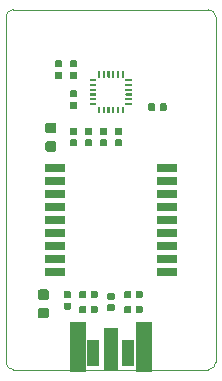
<source format=gbr>
%TF.GenerationSoftware,KiCad,Pcbnew,5.1.5+dfsg1-2~bpo10+1*%
%TF.CreationDate,Date%
%TF.ProjectId,ProMicro_GPS,50726f4d-6963-4726-9f5f-4750532e6b69,v3.1*%
%TF.SameCoordinates,Original*%
%TF.FileFunction,Paste,Top*%
%TF.FilePolarity,Positive*%
%FSLAX45Y45*%
G04 Gerber Fmt 4.5, Leading zero omitted, Abs format (unit mm)*
G04 Created by KiCad*
%MOMM*%
%LPD*%
G04 APERTURE LIST*
%ADD10C,0.100000*%
%ADD11C,0.150000*%
%ADD12R,1.050000X2.200000*%
%ADD13R,1.000000X1.050000*%
%ADD14R,1.270000X3.600000*%
%ADD15R,1.350000X4.200000*%
%ADD16R,1.800000X0.700000*%
%ADD17R,1.800000X0.800000*%
G04 APERTURE END LIST*
D10*
X127000Y2857500D02*
X127000Y-63500D01*
X-1587500Y-127000D02*
G75*
G02X-1651000Y-63500I0J63500D01*
G01*
X-1651000Y2857500D02*
G75*
G02X-1587500Y2921000I63500J0D01*
G01*
X63500Y2921000D02*
G75*
G02X127000Y2857500I0J-63500D01*
G01*
X127000Y-63500D02*
G75*
G02X63500Y-127000I-63500J0D01*
G01*
X-1587500Y2921000D02*
X63500Y2921000D01*
X-1651000Y-63500D02*
X-1651000Y2857500D01*
X63500Y-127000D02*
X-1587500Y-127000D01*
D11*
G36*
X-933804Y1822429D02*
G01*
X-932372Y1822217D01*
X-930968Y1821865D01*
X-929605Y1821377D01*
X-928297Y1820758D01*
X-927055Y1820014D01*
X-925893Y1819152D01*
X-924820Y1818180D01*
X-923848Y1817107D01*
X-922986Y1815945D01*
X-922242Y1814703D01*
X-921623Y1813395D01*
X-921135Y1812032D01*
X-920783Y1810628D01*
X-920571Y1809196D01*
X-920500Y1807750D01*
X-920500Y1778250D01*
X-920571Y1776804D01*
X-920783Y1775372D01*
X-921135Y1773968D01*
X-921623Y1772605D01*
X-922242Y1771297D01*
X-922986Y1770055D01*
X-923848Y1768893D01*
X-924820Y1767820D01*
X-925893Y1766848D01*
X-927055Y1765986D01*
X-928297Y1765242D01*
X-929605Y1764623D01*
X-930968Y1764135D01*
X-932372Y1763783D01*
X-933804Y1763571D01*
X-935250Y1763500D01*
X-969750Y1763500D01*
X-971196Y1763571D01*
X-972628Y1763783D01*
X-974032Y1764135D01*
X-975395Y1764623D01*
X-976703Y1765242D01*
X-977945Y1765986D01*
X-979107Y1766848D01*
X-980180Y1767820D01*
X-981152Y1768893D01*
X-982014Y1770055D01*
X-982758Y1771297D01*
X-983377Y1772605D01*
X-983865Y1773968D01*
X-984217Y1775372D01*
X-984429Y1776804D01*
X-984500Y1778250D01*
X-984500Y1807750D01*
X-984429Y1809196D01*
X-984217Y1810628D01*
X-983865Y1812032D01*
X-983377Y1813395D01*
X-982758Y1814703D01*
X-982014Y1815945D01*
X-981152Y1817107D01*
X-980180Y1818180D01*
X-979107Y1819152D01*
X-977945Y1820014D01*
X-976703Y1820758D01*
X-975395Y1821377D01*
X-974032Y1821865D01*
X-972628Y1822217D01*
X-971196Y1822429D01*
X-969750Y1822500D01*
X-935250Y1822500D01*
X-933804Y1822429D01*
G37*
G36*
X-933804Y1919429D02*
G01*
X-932372Y1919217D01*
X-930968Y1918865D01*
X-929605Y1918377D01*
X-928297Y1917758D01*
X-927055Y1917014D01*
X-925893Y1916152D01*
X-924820Y1915180D01*
X-923848Y1914107D01*
X-922986Y1912945D01*
X-922242Y1911703D01*
X-921623Y1910395D01*
X-921135Y1909032D01*
X-920783Y1907628D01*
X-920571Y1906196D01*
X-920500Y1904750D01*
X-920500Y1875250D01*
X-920571Y1873804D01*
X-920783Y1872372D01*
X-921135Y1870968D01*
X-921623Y1869605D01*
X-922242Y1868297D01*
X-922986Y1867055D01*
X-923848Y1865893D01*
X-924820Y1864820D01*
X-925893Y1863848D01*
X-927055Y1862986D01*
X-928297Y1862242D01*
X-929605Y1861623D01*
X-930968Y1861135D01*
X-932372Y1860783D01*
X-933804Y1860571D01*
X-935250Y1860500D01*
X-969750Y1860500D01*
X-971196Y1860571D01*
X-972628Y1860783D01*
X-974032Y1861135D01*
X-975395Y1861623D01*
X-976703Y1862242D01*
X-977945Y1862986D01*
X-979107Y1863848D01*
X-980180Y1864820D01*
X-981152Y1865893D01*
X-982014Y1867055D01*
X-982758Y1868297D01*
X-983377Y1869605D01*
X-983865Y1870968D01*
X-984217Y1872372D01*
X-984429Y1873804D01*
X-984500Y1875250D01*
X-984500Y1904750D01*
X-984429Y1906196D01*
X-984217Y1907628D01*
X-983865Y1909032D01*
X-983377Y1910395D01*
X-982758Y1911703D01*
X-982014Y1912945D01*
X-981152Y1914107D01*
X-980180Y1915180D01*
X-979107Y1916152D01*
X-977945Y1917014D01*
X-976703Y1917758D01*
X-975395Y1918377D01*
X-974032Y1918865D01*
X-972628Y1919217D01*
X-971196Y1919429D01*
X-969750Y1919500D01*
X-935250Y1919500D01*
X-933804Y1919429D01*
G37*
G36*
X-1060804Y2139929D02*
G01*
X-1059372Y2139717D01*
X-1057968Y2139365D01*
X-1056605Y2138877D01*
X-1055297Y2138258D01*
X-1054055Y2137514D01*
X-1052893Y2136652D01*
X-1051820Y2135680D01*
X-1050848Y2134607D01*
X-1049986Y2133445D01*
X-1049242Y2132203D01*
X-1048623Y2130895D01*
X-1048135Y2129532D01*
X-1047783Y2128128D01*
X-1047571Y2126696D01*
X-1047500Y2125250D01*
X-1047500Y2095750D01*
X-1047571Y2094304D01*
X-1047783Y2092872D01*
X-1048135Y2091468D01*
X-1048623Y2090105D01*
X-1049242Y2088797D01*
X-1049986Y2087555D01*
X-1050848Y2086393D01*
X-1051820Y2085320D01*
X-1052893Y2084348D01*
X-1054055Y2083486D01*
X-1055297Y2082742D01*
X-1056605Y2082123D01*
X-1057968Y2081635D01*
X-1059372Y2081283D01*
X-1060804Y2081071D01*
X-1062250Y2081000D01*
X-1096750Y2081000D01*
X-1098196Y2081071D01*
X-1099628Y2081283D01*
X-1101032Y2081635D01*
X-1102395Y2082123D01*
X-1103703Y2082742D01*
X-1104945Y2083486D01*
X-1106107Y2084348D01*
X-1107180Y2085320D01*
X-1108152Y2086393D01*
X-1109014Y2087555D01*
X-1109758Y2088797D01*
X-1110377Y2090105D01*
X-1110865Y2091468D01*
X-1111217Y2092872D01*
X-1111429Y2094304D01*
X-1111500Y2095750D01*
X-1111500Y2125250D01*
X-1111429Y2126696D01*
X-1111217Y2128128D01*
X-1110865Y2129532D01*
X-1110377Y2130895D01*
X-1109758Y2132203D01*
X-1109014Y2133445D01*
X-1108152Y2134607D01*
X-1107180Y2135680D01*
X-1106107Y2136652D01*
X-1104945Y2137514D01*
X-1103703Y2138258D01*
X-1102395Y2138877D01*
X-1101032Y2139365D01*
X-1099628Y2139717D01*
X-1098196Y2139929D01*
X-1096750Y2140000D01*
X-1062250Y2140000D01*
X-1060804Y2139929D01*
G37*
G36*
X-1060804Y2236929D02*
G01*
X-1059372Y2236717D01*
X-1057968Y2236365D01*
X-1056605Y2235877D01*
X-1055297Y2235258D01*
X-1054055Y2234514D01*
X-1052893Y2233652D01*
X-1051820Y2232680D01*
X-1050848Y2231607D01*
X-1049986Y2230445D01*
X-1049242Y2229203D01*
X-1048623Y2227895D01*
X-1048135Y2226532D01*
X-1047783Y2225128D01*
X-1047571Y2223696D01*
X-1047500Y2222250D01*
X-1047500Y2192750D01*
X-1047571Y2191304D01*
X-1047783Y2189872D01*
X-1048135Y2188468D01*
X-1048623Y2187105D01*
X-1049242Y2185797D01*
X-1049986Y2184555D01*
X-1050848Y2183393D01*
X-1051820Y2182320D01*
X-1052893Y2181348D01*
X-1054055Y2180486D01*
X-1055297Y2179742D01*
X-1056605Y2179123D01*
X-1057968Y2178635D01*
X-1059372Y2178283D01*
X-1060804Y2178071D01*
X-1062250Y2178000D01*
X-1096750Y2178000D01*
X-1098196Y2178071D01*
X-1099628Y2178283D01*
X-1101032Y2178635D01*
X-1102395Y2179123D01*
X-1103703Y2179742D01*
X-1104945Y2180486D01*
X-1106107Y2181348D01*
X-1107180Y2182320D01*
X-1108152Y2183393D01*
X-1109014Y2184555D01*
X-1109758Y2185797D01*
X-1110377Y2187105D01*
X-1110865Y2188468D01*
X-1111217Y2189872D01*
X-1111429Y2191304D01*
X-1111500Y2192750D01*
X-1111500Y2222250D01*
X-1111429Y2223696D01*
X-1111217Y2225128D01*
X-1110865Y2226532D01*
X-1110377Y2227895D01*
X-1109758Y2229203D01*
X-1109014Y2230445D01*
X-1108152Y2231607D01*
X-1107180Y2232680D01*
X-1106107Y2233652D01*
X-1104945Y2234514D01*
X-1103703Y2235258D01*
X-1102395Y2235877D01*
X-1101032Y2236365D01*
X-1099628Y2236717D01*
X-1098196Y2236929D01*
X-1096750Y2237000D01*
X-1062250Y2237000D01*
X-1060804Y2236929D01*
G37*
G36*
X-1060804Y2490929D02*
G01*
X-1059372Y2490717D01*
X-1057968Y2490365D01*
X-1056605Y2489877D01*
X-1055297Y2489258D01*
X-1054055Y2488514D01*
X-1052893Y2487652D01*
X-1051820Y2486680D01*
X-1050848Y2485607D01*
X-1049986Y2484445D01*
X-1049242Y2483203D01*
X-1048623Y2481895D01*
X-1048135Y2480532D01*
X-1047783Y2479128D01*
X-1047571Y2477696D01*
X-1047500Y2476250D01*
X-1047500Y2446750D01*
X-1047571Y2445304D01*
X-1047783Y2443872D01*
X-1048135Y2442468D01*
X-1048623Y2441105D01*
X-1049242Y2439797D01*
X-1049986Y2438555D01*
X-1050848Y2437393D01*
X-1051820Y2436320D01*
X-1052893Y2435348D01*
X-1054055Y2434486D01*
X-1055297Y2433742D01*
X-1056605Y2433123D01*
X-1057968Y2432635D01*
X-1059372Y2432283D01*
X-1060804Y2432071D01*
X-1062250Y2432000D01*
X-1096750Y2432000D01*
X-1098196Y2432071D01*
X-1099628Y2432283D01*
X-1101032Y2432635D01*
X-1102395Y2433123D01*
X-1103703Y2433742D01*
X-1104945Y2434486D01*
X-1106107Y2435348D01*
X-1107180Y2436320D01*
X-1108152Y2437393D01*
X-1109014Y2438555D01*
X-1109758Y2439797D01*
X-1110377Y2441105D01*
X-1110865Y2442468D01*
X-1111217Y2443872D01*
X-1111429Y2445304D01*
X-1111500Y2446750D01*
X-1111500Y2476250D01*
X-1111429Y2477696D01*
X-1111217Y2479128D01*
X-1110865Y2480532D01*
X-1110377Y2481895D01*
X-1109758Y2483203D01*
X-1109014Y2484445D01*
X-1108152Y2485607D01*
X-1107180Y2486680D01*
X-1106107Y2487652D01*
X-1104945Y2488514D01*
X-1103703Y2489258D01*
X-1102395Y2489877D01*
X-1101032Y2490365D01*
X-1099628Y2490717D01*
X-1098196Y2490929D01*
X-1096750Y2491000D01*
X-1062250Y2491000D01*
X-1060804Y2490929D01*
G37*
G36*
X-1060804Y2393929D02*
G01*
X-1059372Y2393717D01*
X-1057968Y2393365D01*
X-1056605Y2392877D01*
X-1055297Y2392258D01*
X-1054055Y2391514D01*
X-1052893Y2390652D01*
X-1051820Y2389680D01*
X-1050848Y2388607D01*
X-1049986Y2387445D01*
X-1049242Y2386203D01*
X-1048623Y2384895D01*
X-1048135Y2383532D01*
X-1047783Y2382128D01*
X-1047571Y2380696D01*
X-1047500Y2379250D01*
X-1047500Y2349750D01*
X-1047571Y2348304D01*
X-1047783Y2346872D01*
X-1048135Y2345468D01*
X-1048623Y2344105D01*
X-1049242Y2342797D01*
X-1049986Y2341555D01*
X-1050848Y2340393D01*
X-1051820Y2339320D01*
X-1052893Y2338348D01*
X-1054055Y2337486D01*
X-1055297Y2336742D01*
X-1056605Y2336123D01*
X-1057968Y2335635D01*
X-1059372Y2335283D01*
X-1060804Y2335071D01*
X-1062250Y2335000D01*
X-1096750Y2335000D01*
X-1098196Y2335071D01*
X-1099628Y2335283D01*
X-1101032Y2335635D01*
X-1102395Y2336123D01*
X-1103703Y2336742D01*
X-1104945Y2337486D01*
X-1106107Y2338348D01*
X-1107180Y2339320D01*
X-1108152Y2340393D01*
X-1109014Y2341555D01*
X-1109758Y2342797D01*
X-1110377Y2344105D01*
X-1110865Y2345468D01*
X-1111217Y2346872D01*
X-1111429Y2348304D01*
X-1111500Y2349750D01*
X-1111500Y2379250D01*
X-1111429Y2380696D01*
X-1111217Y2382128D01*
X-1110865Y2383532D01*
X-1110377Y2384895D01*
X-1109758Y2386203D01*
X-1109014Y2387445D01*
X-1108152Y2388607D01*
X-1107180Y2389680D01*
X-1106107Y2390652D01*
X-1104945Y2391514D01*
X-1103703Y2392258D01*
X-1102395Y2392877D01*
X-1101032Y2393365D01*
X-1099628Y2393717D01*
X-1098196Y2393929D01*
X-1096750Y2394000D01*
X-1062250Y2394000D01*
X-1060804Y2393929D01*
G37*
G36*
X-303604Y2127429D02*
G01*
X-302172Y2127217D01*
X-300768Y2126865D01*
X-299405Y2126377D01*
X-298097Y2125758D01*
X-296855Y2125014D01*
X-295693Y2124152D01*
X-294620Y2123180D01*
X-293648Y2122107D01*
X-292786Y2120945D01*
X-292042Y2119703D01*
X-291423Y2118395D01*
X-290935Y2117032D01*
X-290583Y2115628D01*
X-290371Y2114196D01*
X-290300Y2112750D01*
X-290300Y2078250D01*
X-290371Y2076804D01*
X-290583Y2075372D01*
X-290935Y2073968D01*
X-291423Y2072605D01*
X-292042Y2071297D01*
X-292786Y2070055D01*
X-293648Y2068893D01*
X-294620Y2067820D01*
X-295693Y2066848D01*
X-296855Y2065986D01*
X-298097Y2065242D01*
X-299405Y2064623D01*
X-300768Y2064135D01*
X-302172Y2063783D01*
X-303604Y2063571D01*
X-305050Y2063500D01*
X-334550Y2063500D01*
X-335996Y2063571D01*
X-337428Y2063783D01*
X-338832Y2064135D01*
X-340195Y2064623D01*
X-341503Y2065242D01*
X-342745Y2065986D01*
X-343907Y2066848D01*
X-344980Y2067820D01*
X-345952Y2068893D01*
X-346814Y2070055D01*
X-347558Y2071297D01*
X-348177Y2072605D01*
X-348665Y2073968D01*
X-349017Y2075372D01*
X-349229Y2076804D01*
X-349300Y2078250D01*
X-349300Y2112750D01*
X-349229Y2114196D01*
X-349017Y2115628D01*
X-348665Y2117032D01*
X-348177Y2118395D01*
X-347558Y2119703D01*
X-346814Y2120945D01*
X-345952Y2122107D01*
X-344980Y2123180D01*
X-343907Y2124152D01*
X-342745Y2125014D01*
X-341503Y2125758D01*
X-340195Y2126377D01*
X-338832Y2126865D01*
X-337428Y2127217D01*
X-335996Y2127429D01*
X-334550Y2127500D01*
X-305050Y2127500D01*
X-303604Y2127429D01*
G37*
G36*
X-400604Y2127429D02*
G01*
X-399172Y2127217D01*
X-397768Y2126865D01*
X-396405Y2126377D01*
X-395097Y2125758D01*
X-393855Y2125014D01*
X-392693Y2124152D01*
X-391620Y2123180D01*
X-390648Y2122107D01*
X-389786Y2120945D01*
X-389042Y2119703D01*
X-388423Y2118395D01*
X-387935Y2117032D01*
X-387583Y2115628D01*
X-387371Y2114196D01*
X-387300Y2112750D01*
X-387300Y2078250D01*
X-387371Y2076804D01*
X-387583Y2075372D01*
X-387935Y2073968D01*
X-388423Y2072605D01*
X-389042Y2071297D01*
X-389786Y2070055D01*
X-390648Y2068893D01*
X-391620Y2067820D01*
X-392693Y2066848D01*
X-393855Y2065986D01*
X-395097Y2065242D01*
X-396405Y2064623D01*
X-397768Y2064135D01*
X-399172Y2063783D01*
X-400604Y2063571D01*
X-402050Y2063500D01*
X-431550Y2063500D01*
X-432996Y2063571D01*
X-434428Y2063783D01*
X-435832Y2064135D01*
X-437195Y2064623D01*
X-438503Y2065242D01*
X-439745Y2065986D01*
X-440907Y2066848D01*
X-441980Y2067820D01*
X-442952Y2068893D01*
X-443814Y2070055D01*
X-444558Y2071297D01*
X-445177Y2072605D01*
X-445665Y2073968D01*
X-446017Y2075372D01*
X-446229Y2076804D01*
X-446300Y2078250D01*
X-446300Y2112750D01*
X-446229Y2114196D01*
X-446017Y2115628D01*
X-445665Y2117032D01*
X-445177Y2118395D01*
X-444558Y2119703D01*
X-443814Y2120945D01*
X-442952Y2122107D01*
X-441980Y2123180D01*
X-440907Y2124152D01*
X-439745Y2125014D01*
X-438503Y2125758D01*
X-437195Y2126377D01*
X-435832Y2126865D01*
X-434428Y2127217D01*
X-432996Y2127429D01*
X-431550Y2127500D01*
X-402050Y2127500D01*
X-400604Y2127429D01*
G37*
G36*
X-1111604Y440429D02*
G01*
X-1110172Y440217D01*
X-1108768Y439865D01*
X-1107405Y439377D01*
X-1106097Y438758D01*
X-1104855Y438014D01*
X-1103693Y437152D01*
X-1102620Y436180D01*
X-1101648Y435107D01*
X-1100786Y433945D01*
X-1100042Y432703D01*
X-1099423Y431395D01*
X-1098935Y430032D01*
X-1098583Y428628D01*
X-1098371Y427196D01*
X-1098300Y425750D01*
X-1098300Y396250D01*
X-1098371Y394804D01*
X-1098583Y393372D01*
X-1098935Y391968D01*
X-1099423Y390605D01*
X-1100042Y389297D01*
X-1100786Y388055D01*
X-1101648Y386893D01*
X-1102620Y385820D01*
X-1103693Y384848D01*
X-1104855Y383986D01*
X-1106097Y383242D01*
X-1107405Y382623D01*
X-1108768Y382135D01*
X-1110172Y381783D01*
X-1111604Y381571D01*
X-1113050Y381500D01*
X-1147550Y381500D01*
X-1148996Y381571D01*
X-1150428Y381783D01*
X-1151832Y382135D01*
X-1153195Y382623D01*
X-1154503Y383242D01*
X-1155745Y383986D01*
X-1156907Y384848D01*
X-1157980Y385820D01*
X-1158952Y386893D01*
X-1159814Y388055D01*
X-1160558Y389297D01*
X-1161177Y390605D01*
X-1161665Y391968D01*
X-1162017Y393372D01*
X-1162229Y394804D01*
X-1162300Y396250D01*
X-1162300Y425750D01*
X-1162229Y427196D01*
X-1162017Y428628D01*
X-1161665Y430032D01*
X-1161177Y431395D01*
X-1160558Y432703D01*
X-1159814Y433945D01*
X-1158952Y435107D01*
X-1157980Y436180D01*
X-1156907Y437152D01*
X-1155745Y438014D01*
X-1154503Y438758D01*
X-1153195Y439377D01*
X-1151832Y439865D01*
X-1150428Y440217D01*
X-1148996Y440429D01*
X-1147550Y440500D01*
X-1113050Y440500D01*
X-1111604Y440429D01*
G37*
G36*
X-1111604Y537429D02*
G01*
X-1110172Y537217D01*
X-1108768Y536865D01*
X-1107405Y536377D01*
X-1106097Y535758D01*
X-1104855Y535014D01*
X-1103693Y534152D01*
X-1102620Y533180D01*
X-1101648Y532107D01*
X-1100786Y530945D01*
X-1100042Y529703D01*
X-1099423Y528395D01*
X-1098935Y527032D01*
X-1098583Y525628D01*
X-1098371Y524196D01*
X-1098300Y522750D01*
X-1098300Y493250D01*
X-1098371Y491804D01*
X-1098583Y490372D01*
X-1098935Y488968D01*
X-1099423Y487605D01*
X-1100042Y486297D01*
X-1100786Y485055D01*
X-1101648Y483893D01*
X-1102620Y482820D01*
X-1103693Y481848D01*
X-1104855Y480986D01*
X-1106097Y480242D01*
X-1107405Y479623D01*
X-1108768Y479135D01*
X-1110172Y478783D01*
X-1111604Y478571D01*
X-1113050Y478500D01*
X-1147550Y478500D01*
X-1148996Y478571D01*
X-1150428Y478783D01*
X-1151832Y479135D01*
X-1153195Y479623D01*
X-1154503Y480242D01*
X-1155745Y480986D01*
X-1156907Y481848D01*
X-1157980Y482820D01*
X-1158952Y483893D01*
X-1159814Y485055D01*
X-1160558Y486297D01*
X-1161177Y487605D01*
X-1161665Y488968D01*
X-1162017Y490372D01*
X-1162229Y491804D01*
X-1162300Y493250D01*
X-1162300Y522750D01*
X-1162229Y524196D01*
X-1162017Y525628D01*
X-1161665Y527032D01*
X-1161177Y528395D01*
X-1160558Y529703D01*
X-1159814Y530945D01*
X-1158952Y532107D01*
X-1157980Y533180D01*
X-1156907Y534152D01*
X-1155745Y535014D01*
X-1154503Y535758D01*
X-1153195Y536377D01*
X-1151832Y536865D01*
X-1150428Y537217D01*
X-1148996Y537429D01*
X-1147550Y537500D01*
X-1113050Y537500D01*
X-1111604Y537429D01*
G37*
G36*
X-1187804Y2490929D02*
G01*
X-1186372Y2490717D01*
X-1184968Y2490365D01*
X-1183605Y2489877D01*
X-1182297Y2489258D01*
X-1181055Y2488514D01*
X-1179893Y2487652D01*
X-1178820Y2486680D01*
X-1177848Y2485607D01*
X-1176986Y2484445D01*
X-1176242Y2483203D01*
X-1175623Y2481895D01*
X-1175135Y2480532D01*
X-1174783Y2479128D01*
X-1174571Y2477696D01*
X-1174500Y2476250D01*
X-1174500Y2446750D01*
X-1174571Y2445304D01*
X-1174783Y2443872D01*
X-1175135Y2442468D01*
X-1175623Y2441105D01*
X-1176242Y2439797D01*
X-1176986Y2438555D01*
X-1177848Y2437393D01*
X-1178820Y2436320D01*
X-1179893Y2435348D01*
X-1181055Y2434486D01*
X-1182297Y2433742D01*
X-1183605Y2433123D01*
X-1184968Y2432635D01*
X-1186372Y2432283D01*
X-1187804Y2432071D01*
X-1189250Y2432000D01*
X-1223750Y2432000D01*
X-1225196Y2432071D01*
X-1226628Y2432283D01*
X-1228032Y2432635D01*
X-1229395Y2433123D01*
X-1230703Y2433742D01*
X-1231945Y2434486D01*
X-1233107Y2435348D01*
X-1234180Y2436320D01*
X-1235152Y2437393D01*
X-1236014Y2438555D01*
X-1236758Y2439797D01*
X-1237377Y2441105D01*
X-1237865Y2442468D01*
X-1238217Y2443872D01*
X-1238429Y2445304D01*
X-1238500Y2446750D01*
X-1238500Y2476250D01*
X-1238429Y2477696D01*
X-1238217Y2479128D01*
X-1237865Y2480532D01*
X-1237377Y2481895D01*
X-1236758Y2483203D01*
X-1236014Y2484445D01*
X-1235152Y2485607D01*
X-1234180Y2486680D01*
X-1233107Y2487652D01*
X-1231945Y2488514D01*
X-1230703Y2489258D01*
X-1229395Y2489877D01*
X-1228032Y2490365D01*
X-1226628Y2490717D01*
X-1225196Y2490929D01*
X-1223750Y2491000D01*
X-1189250Y2491000D01*
X-1187804Y2490929D01*
G37*
G36*
X-1187804Y2393929D02*
G01*
X-1186372Y2393717D01*
X-1184968Y2393365D01*
X-1183605Y2392877D01*
X-1182297Y2392258D01*
X-1181055Y2391514D01*
X-1179893Y2390652D01*
X-1178820Y2389680D01*
X-1177848Y2388607D01*
X-1176986Y2387445D01*
X-1176242Y2386203D01*
X-1175623Y2384895D01*
X-1175135Y2383532D01*
X-1174783Y2382128D01*
X-1174571Y2380696D01*
X-1174500Y2379250D01*
X-1174500Y2349750D01*
X-1174571Y2348304D01*
X-1174783Y2346872D01*
X-1175135Y2345468D01*
X-1175623Y2344105D01*
X-1176242Y2342797D01*
X-1176986Y2341555D01*
X-1177848Y2340393D01*
X-1178820Y2339320D01*
X-1179893Y2338348D01*
X-1181055Y2337486D01*
X-1182297Y2336742D01*
X-1183605Y2336123D01*
X-1184968Y2335635D01*
X-1186372Y2335283D01*
X-1187804Y2335071D01*
X-1189250Y2335000D01*
X-1223750Y2335000D01*
X-1225196Y2335071D01*
X-1226628Y2335283D01*
X-1228032Y2335635D01*
X-1229395Y2336123D01*
X-1230703Y2336742D01*
X-1231945Y2337486D01*
X-1233107Y2338348D01*
X-1234180Y2339320D01*
X-1235152Y2340393D01*
X-1236014Y2341555D01*
X-1236758Y2342797D01*
X-1237377Y2344105D01*
X-1237865Y2345468D01*
X-1238217Y2346872D01*
X-1238429Y2348304D01*
X-1238500Y2349750D01*
X-1238500Y2379250D01*
X-1238429Y2380696D01*
X-1238217Y2382128D01*
X-1237865Y2383532D01*
X-1237377Y2384895D01*
X-1236758Y2386203D01*
X-1236014Y2387445D01*
X-1235152Y2388607D01*
X-1234180Y2389680D01*
X-1233107Y2390652D01*
X-1231945Y2391514D01*
X-1230703Y2392258D01*
X-1229395Y2392877D01*
X-1228032Y2393365D01*
X-1226628Y2393717D01*
X-1225196Y2393929D01*
X-1223750Y2394000D01*
X-1189250Y2394000D01*
X-1187804Y2393929D01*
G37*
G36*
X-806804Y1822429D02*
G01*
X-805372Y1822217D01*
X-803968Y1821865D01*
X-802605Y1821377D01*
X-801297Y1820758D01*
X-800055Y1820014D01*
X-798893Y1819152D01*
X-797820Y1818180D01*
X-796848Y1817107D01*
X-795986Y1815945D01*
X-795242Y1814703D01*
X-794623Y1813395D01*
X-794135Y1812032D01*
X-793783Y1810628D01*
X-793571Y1809196D01*
X-793500Y1807750D01*
X-793500Y1778250D01*
X-793571Y1776804D01*
X-793783Y1775372D01*
X-794135Y1773968D01*
X-794623Y1772605D01*
X-795242Y1771297D01*
X-795986Y1770055D01*
X-796848Y1768893D01*
X-797820Y1767820D01*
X-798893Y1766848D01*
X-800055Y1765986D01*
X-801297Y1765242D01*
X-802605Y1764623D01*
X-803968Y1764135D01*
X-805372Y1763783D01*
X-806804Y1763571D01*
X-808250Y1763500D01*
X-842750Y1763500D01*
X-844196Y1763571D01*
X-845628Y1763783D01*
X-847032Y1764135D01*
X-848395Y1764623D01*
X-849703Y1765242D01*
X-850945Y1765986D01*
X-852107Y1766848D01*
X-853180Y1767820D01*
X-854152Y1768893D01*
X-855014Y1770055D01*
X-855758Y1771297D01*
X-856377Y1772605D01*
X-856865Y1773968D01*
X-857217Y1775372D01*
X-857429Y1776804D01*
X-857500Y1778250D01*
X-857500Y1807750D01*
X-857429Y1809196D01*
X-857217Y1810628D01*
X-856865Y1812032D01*
X-856377Y1813395D01*
X-855758Y1814703D01*
X-855014Y1815945D01*
X-854152Y1817107D01*
X-853180Y1818180D01*
X-852107Y1819152D01*
X-850945Y1820014D01*
X-849703Y1820758D01*
X-848395Y1821377D01*
X-847032Y1821865D01*
X-845628Y1822217D01*
X-844196Y1822429D01*
X-842750Y1822500D01*
X-808250Y1822500D01*
X-806804Y1822429D01*
G37*
G36*
X-806804Y1919429D02*
G01*
X-805372Y1919217D01*
X-803968Y1918865D01*
X-802605Y1918377D01*
X-801297Y1917758D01*
X-800055Y1917014D01*
X-798893Y1916152D01*
X-797820Y1915180D01*
X-796848Y1914107D01*
X-795986Y1912945D01*
X-795242Y1911703D01*
X-794623Y1910395D01*
X-794135Y1909032D01*
X-793783Y1907628D01*
X-793571Y1906196D01*
X-793500Y1904750D01*
X-793500Y1875250D01*
X-793571Y1873804D01*
X-793783Y1872372D01*
X-794135Y1870968D01*
X-794623Y1869605D01*
X-795242Y1868297D01*
X-795986Y1867055D01*
X-796848Y1865893D01*
X-797820Y1864820D01*
X-798893Y1863848D01*
X-800055Y1862986D01*
X-801297Y1862242D01*
X-802605Y1861623D01*
X-803968Y1861135D01*
X-805372Y1860783D01*
X-806804Y1860571D01*
X-808250Y1860500D01*
X-842750Y1860500D01*
X-844196Y1860571D01*
X-845628Y1860783D01*
X-847032Y1861135D01*
X-848395Y1861623D01*
X-849703Y1862242D01*
X-850945Y1862986D01*
X-852107Y1863848D01*
X-853180Y1864820D01*
X-854152Y1865893D01*
X-855014Y1867055D01*
X-855758Y1868297D01*
X-856377Y1869605D01*
X-856865Y1870968D01*
X-857217Y1872372D01*
X-857429Y1873804D01*
X-857500Y1875250D01*
X-857500Y1904750D01*
X-857429Y1906196D01*
X-857217Y1907628D01*
X-856865Y1909032D01*
X-856377Y1910395D01*
X-855758Y1911703D01*
X-855014Y1912945D01*
X-854152Y1914107D01*
X-853180Y1915180D01*
X-852107Y1916152D01*
X-850945Y1917014D01*
X-849703Y1917758D01*
X-848395Y1918377D01*
X-847032Y1918865D01*
X-845628Y1919217D01*
X-844196Y1919429D01*
X-842750Y1919500D01*
X-808250Y1919500D01*
X-806804Y1919429D01*
G37*
G36*
X-679804Y1822429D02*
G01*
X-678372Y1822217D01*
X-676968Y1821865D01*
X-675605Y1821377D01*
X-674297Y1820758D01*
X-673055Y1820014D01*
X-671893Y1819152D01*
X-670820Y1818180D01*
X-669848Y1817107D01*
X-668986Y1815945D01*
X-668242Y1814703D01*
X-667623Y1813395D01*
X-667135Y1812032D01*
X-666783Y1810628D01*
X-666571Y1809196D01*
X-666500Y1807750D01*
X-666500Y1778250D01*
X-666571Y1776804D01*
X-666783Y1775372D01*
X-667135Y1773968D01*
X-667623Y1772605D01*
X-668242Y1771297D01*
X-668986Y1770055D01*
X-669848Y1768893D01*
X-670820Y1767820D01*
X-671893Y1766848D01*
X-673055Y1765986D01*
X-674297Y1765242D01*
X-675605Y1764623D01*
X-676968Y1764135D01*
X-678372Y1763783D01*
X-679804Y1763571D01*
X-681250Y1763500D01*
X-715750Y1763500D01*
X-717196Y1763571D01*
X-718628Y1763783D01*
X-720032Y1764135D01*
X-721395Y1764623D01*
X-722703Y1765242D01*
X-723945Y1765986D01*
X-725107Y1766848D01*
X-726180Y1767820D01*
X-727152Y1768893D01*
X-728014Y1770055D01*
X-728758Y1771297D01*
X-729377Y1772605D01*
X-729865Y1773968D01*
X-730217Y1775372D01*
X-730429Y1776804D01*
X-730500Y1778250D01*
X-730500Y1807750D01*
X-730429Y1809196D01*
X-730217Y1810628D01*
X-729865Y1812032D01*
X-729377Y1813395D01*
X-728758Y1814703D01*
X-728014Y1815945D01*
X-727152Y1817107D01*
X-726180Y1818180D01*
X-725107Y1819152D01*
X-723945Y1820014D01*
X-722703Y1820758D01*
X-721395Y1821377D01*
X-720032Y1821865D01*
X-718628Y1822217D01*
X-717196Y1822429D01*
X-715750Y1822500D01*
X-681250Y1822500D01*
X-679804Y1822429D01*
G37*
G36*
X-679804Y1919429D02*
G01*
X-678372Y1919217D01*
X-676968Y1918865D01*
X-675605Y1918377D01*
X-674297Y1917758D01*
X-673055Y1917014D01*
X-671893Y1916152D01*
X-670820Y1915180D01*
X-669848Y1914107D01*
X-668986Y1912945D01*
X-668242Y1911703D01*
X-667623Y1910395D01*
X-667135Y1909032D01*
X-666783Y1907628D01*
X-666571Y1906196D01*
X-666500Y1904750D01*
X-666500Y1875250D01*
X-666571Y1873804D01*
X-666783Y1872372D01*
X-667135Y1870968D01*
X-667623Y1869605D01*
X-668242Y1868297D01*
X-668986Y1867055D01*
X-669848Y1865893D01*
X-670820Y1864820D01*
X-671893Y1863848D01*
X-673055Y1862986D01*
X-674297Y1862242D01*
X-675605Y1861623D01*
X-676968Y1861135D01*
X-678372Y1860783D01*
X-679804Y1860571D01*
X-681250Y1860500D01*
X-715750Y1860500D01*
X-717196Y1860571D01*
X-718628Y1860783D01*
X-720032Y1861135D01*
X-721395Y1861623D01*
X-722703Y1862242D01*
X-723945Y1862986D01*
X-725107Y1863848D01*
X-726180Y1864820D01*
X-727152Y1865893D01*
X-728014Y1867055D01*
X-728758Y1868297D01*
X-729377Y1869605D01*
X-729865Y1870968D01*
X-730217Y1872372D01*
X-730429Y1873804D01*
X-730500Y1875250D01*
X-730500Y1904750D01*
X-730429Y1906196D01*
X-730217Y1907628D01*
X-729865Y1909032D01*
X-729377Y1910395D01*
X-728758Y1911703D01*
X-728014Y1912945D01*
X-727152Y1914107D01*
X-726180Y1915180D01*
X-725107Y1916152D01*
X-723945Y1917014D01*
X-722703Y1917758D01*
X-721395Y1918377D01*
X-720032Y1918865D01*
X-718628Y1919217D01*
X-717196Y1919429D01*
X-715750Y1919500D01*
X-681250Y1919500D01*
X-679804Y1919429D01*
G37*
G36*
X-856510Y2399976D02*
G01*
X-856024Y2399904D01*
X-855549Y2399785D01*
X-855087Y2399619D01*
X-854643Y2399410D01*
X-854222Y2399157D01*
X-853828Y2398865D01*
X-853464Y2398536D01*
X-853135Y2398172D01*
X-852843Y2397778D01*
X-852590Y2397357D01*
X-852381Y2396913D01*
X-852215Y2396451D01*
X-852096Y2395976D01*
X-852024Y2395490D01*
X-852000Y2395000D01*
X-852000Y2350000D01*
X-852024Y2349510D01*
X-852096Y2349025D01*
X-852215Y2348549D01*
X-852381Y2348087D01*
X-852590Y2347643D01*
X-852843Y2347222D01*
X-853135Y2346828D01*
X-853464Y2346465D01*
X-853828Y2346135D01*
X-854222Y2345843D01*
X-854643Y2345590D01*
X-855087Y2345381D01*
X-855549Y2345215D01*
X-856024Y2345096D01*
X-856510Y2345024D01*
X-857000Y2345000D01*
X-867000Y2345000D01*
X-867490Y2345024D01*
X-867975Y2345096D01*
X-868451Y2345215D01*
X-868913Y2345381D01*
X-869357Y2345590D01*
X-869778Y2345843D01*
X-870172Y2346135D01*
X-870535Y2346465D01*
X-870865Y2346828D01*
X-871157Y2347222D01*
X-871410Y2347643D01*
X-871619Y2348087D01*
X-871785Y2348549D01*
X-871904Y2349025D01*
X-871976Y2349510D01*
X-872000Y2350000D01*
X-872000Y2395000D01*
X-871976Y2395490D01*
X-871904Y2395976D01*
X-871785Y2396451D01*
X-871619Y2396913D01*
X-871410Y2397357D01*
X-871157Y2397778D01*
X-870865Y2398172D01*
X-870535Y2398536D01*
X-870172Y2398865D01*
X-869778Y2399157D01*
X-869357Y2399410D01*
X-868913Y2399619D01*
X-868451Y2399785D01*
X-867975Y2399904D01*
X-867490Y2399976D01*
X-867000Y2400000D01*
X-857000Y2400000D01*
X-856510Y2399976D01*
G37*
G36*
X-816510Y2399976D02*
G01*
X-816024Y2399904D01*
X-815549Y2399785D01*
X-815087Y2399619D01*
X-814643Y2399410D01*
X-814222Y2399157D01*
X-813828Y2398865D01*
X-813464Y2398536D01*
X-813135Y2398172D01*
X-812843Y2397778D01*
X-812590Y2397357D01*
X-812381Y2396913D01*
X-812215Y2396451D01*
X-812096Y2395976D01*
X-812024Y2395490D01*
X-812000Y2395000D01*
X-812000Y2350000D01*
X-812024Y2349510D01*
X-812096Y2349025D01*
X-812215Y2348549D01*
X-812381Y2348087D01*
X-812590Y2347643D01*
X-812843Y2347222D01*
X-813135Y2346828D01*
X-813464Y2346465D01*
X-813828Y2346135D01*
X-814222Y2345843D01*
X-814643Y2345590D01*
X-815087Y2345381D01*
X-815549Y2345215D01*
X-816024Y2345096D01*
X-816510Y2345024D01*
X-817000Y2345000D01*
X-827000Y2345000D01*
X-827490Y2345024D01*
X-827975Y2345096D01*
X-828451Y2345215D01*
X-828913Y2345381D01*
X-829357Y2345590D01*
X-829778Y2345843D01*
X-830172Y2346135D01*
X-830535Y2346465D01*
X-830865Y2346828D01*
X-831157Y2347222D01*
X-831410Y2347643D01*
X-831619Y2348087D01*
X-831785Y2348549D01*
X-831904Y2349025D01*
X-831976Y2349510D01*
X-832000Y2350000D01*
X-832000Y2395000D01*
X-831976Y2395490D01*
X-831904Y2395976D01*
X-831785Y2396451D01*
X-831619Y2396913D01*
X-831410Y2397357D01*
X-831157Y2397778D01*
X-830865Y2398172D01*
X-830535Y2398536D01*
X-830172Y2398865D01*
X-829778Y2399157D01*
X-829357Y2399410D01*
X-828913Y2399619D01*
X-828451Y2399785D01*
X-827975Y2399904D01*
X-827490Y2399976D01*
X-827000Y2400000D01*
X-817000Y2400000D01*
X-816510Y2399976D01*
G37*
G36*
X-776510Y2399976D02*
G01*
X-776024Y2399904D01*
X-775549Y2399785D01*
X-775087Y2399619D01*
X-774643Y2399410D01*
X-774222Y2399157D01*
X-773828Y2398865D01*
X-773464Y2398536D01*
X-773135Y2398172D01*
X-772843Y2397778D01*
X-772590Y2397357D01*
X-772381Y2396913D01*
X-772215Y2396451D01*
X-772096Y2395976D01*
X-772024Y2395490D01*
X-772000Y2395000D01*
X-772000Y2350000D01*
X-772024Y2349510D01*
X-772096Y2349025D01*
X-772215Y2348549D01*
X-772381Y2348087D01*
X-772590Y2347643D01*
X-772843Y2347222D01*
X-773135Y2346828D01*
X-773464Y2346465D01*
X-773828Y2346135D01*
X-774222Y2345843D01*
X-774643Y2345590D01*
X-775087Y2345381D01*
X-775549Y2345215D01*
X-776024Y2345096D01*
X-776510Y2345024D01*
X-777000Y2345000D01*
X-787000Y2345000D01*
X-787490Y2345024D01*
X-787975Y2345096D01*
X-788451Y2345215D01*
X-788913Y2345381D01*
X-789357Y2345590D01*
X-789778Y2345843D01*
X-790172Y2346135D01*
X-790535Y2346465D01*
X-790865Y2346828D01*
X-791157Y2347222D01*
X-791410Y2347643D01*
X-791619Y2348087D01*
X-791785Y2348549D01*
X-791904Y2349025D01*
X-791976Y2349510D01*
X-792000Y2350000D01*
X-792000Y2395000D01*
X-791976Y2395490D01*
X-791904Y2395976D01*
X-791785Y2396451D01*
X-791619Y2396913D01*
X-791410Y2397357D01*
X-791157Y2397778D01*
X-790865Y2398172D01*
X-790535Y2398536D01*
X-790172Y2398865D01*
X-789778Y2399157D01*
X-789357Y2399410D01*
X-788913Y2399619D01*
X-788451Y2399785D01*
X-787975Y2399904D01*
X-787490Y2399976D01*
X-787000Y2400000D01*
X-777000Y2400000D01*
X-776510Y2399976D01*
G37*
G36*
X-736510Y2399976D02*
G01*
X-736024Y2399904D01*
X-735549Y2399785D01*
X-735087Y2399619D01*
X-734643Y2399410D01*
X-734222Y2399157D01*
X-733828Y2398865D01*
X-733464Y2398536D01*
X-733135Y2398172D01*
X-732843Y2397778D01*
X-732590Y2397357D01*
X-732381Y2396913D01*
X-732215Y2396451D01*
X-732096Y2395976D01*
X-732024Y2395490D01*
X-732000Y2395000D01*
X-732000Y2350000D01*
X-732024Y2349510D01*
X-732096Y2349025D01*
X-732215Y2348549D01*
X-732381Y2348087D01*
X-732590Y2347643D01*
X-732843Y2347222D01*
X-733135Y2346828D01*
X-733464Y2346465D01*
X-733828Y2346135D01*
X-734222Y2345843D01*
X-734643Y2345590D01*
X-735087Y2345381D01*
X-735549Y2345215D01*
X-736024Y2345096D01*
X-736510Y2345024D01*
X-737000Y2345000D01*
X-747000Y2345000D01*
X-747490Y2345024D01*
X-747975Y2345096D01*
X-748451Y2345215D01*
X-748913Y2345381D01*
X-749357Y2345590D01*
X-749778Y2345843D01*
X-750172Y2346135D01*
X-750535Y2346465D01*
X-750865Y2346828D01*
X-751157Y2347222D01*
X-751410Y2347643D01*
X-751619Y2348087D01*
X-751785Y2348549D01*
X-751904Y2349025D01*
X-751976Y2349510D01*
X-752000Y2350000D01*
X-752000Y2395000D01*
X-751976Y2395490D01*
X-751904Y2395976D01*
X-751785Y2396451D01*
X-751619Y2396913D01*
X-751410Y2397357D01*
X-751157Y2397778D01*
X-750865Y2398172D01*
X-750535Y2398536D01*
X-750172Y2398865D01*
X-749778Y2399157D01*
X-749357Y2399410D01*
X-748913Y2399619D01*
X-748451Y2399785D01*
X-747975Y2399904D01*
X-747490Y2399976D01*
X-747000Y2400000D01*
X-737000Y2400000D01*
X-736510Y2399976D01*
G37*
G36*
X-696510Y2399976D02*
G01*
X-696025Y2399904D01*
X-695549Y2399785D01*
X-695087Y2399619D01*
X-694643Y2399410D01*
X-694222Y2399157D01*
X-693828Y2398865D01*
X-693465Y2398536D01*
X-693135Y2398172D01*
X-692843Y2397778D01*
X-692590Y2397357D01*
X-692381Y2396913D01*
X-692215Y2396451D01*
X-692096Y2395976D01*
X-692024Y2395490D01*
X-692000Y2395000D01*
X-692000Y2350000D01*
X-692024Y2349510D01*
X-692096Y2349025D01*
X-692215Y2348549D01*
X-692381Y2348087D01*
X-692590Y2347643D01*
X-692843Y2347222D01*
X-693135Y2346828D01*
X-693465Y2346465D01*
X-693828Y2346135D01*
X-694222Y2345843D01*
X-694643Y2345590D01*
X-695087Y2345381D01*
X-695549Y2345215D01*
X-696025Y2345096D01*
X-696510Y2345024D01*
X-697000Y2345000D01*
X-707000Y2345000D01*
X-707490Y2345024D01*
X-707975Y2345096D01*
X-708451Y2345215D01*
X-708913Y2345381D01*
X-709357Y2345590D01*
X-709778Y2345843D01*
X-710172Y2346135D01*
X-710535Y2346465D01*
X-710865Y2346828D01*
X-711157Y2347222D01*
X-711410Y2347643D01*
X-711619Y2348087D01*
X-711785Y2348549D01*
X-711904Y2349025D01*
X-711976Y2349510D01*
X-712000Y2350000D01*
X-712000Y2395000D01*
X-711976Y2395490D01*
X-711904Y2395976D01*
X-711785Y2396451D01*
X-711619Y2396913D01*
X-711410Y2397357D01*
X-711157Y2397778D01*
X-710865Y2398172D01*
X-710535Y2398536D01*
X-710172Y2398865D01*
X-709778Y2399157D01*
X-709357Y2399410D01*
X-708913Y2399619D01*
X-708451Y2399785D01*
X-707975Y2399904D01*
X-707490Y2399976D01*
X-707000Y2400000D01*
X-697000Y2400000D01*
X-696510Y2399976D01*
G37*
G36*
X-656510Y2399976D02*
G01*
X-656025Y2399904D01*
X-655549Y2399785D01*
X-655087Y2399619D01*
X-654643Y2399410D01*
X-654222Y2399157D01*
X-653828Y2398865D01*
X-653465Y2398536D01*
X-653135Y2398172D01*
X-652843Y2397778D01*
X-652590Y2397357D01*
X-652381Y2396913D01*
X-652215Y2396451D01*
X-652096Y2395976D01*
X-652024Y2395490D01*
X-652000Y2395000D01*
X-652000Y2350000D01*
X-652024Y2349510D01*
X-652096Y2349025D01*
X-652215Y2348549D01*
X-652381Y2348087D01*
X-652590Y2347643D01*
X-652843Y2347222D01*
X-653135Y2346828D01*
X-653465Y2346465D01*
X-653828Y2346135D01*
X-654222Y2345843D01*
X-654643Y2345590D01*
X-655087Y2345381D01*
X-655549Y2345215D01*
X-656025Y2345096D01*
X-656510Y2345024D01*
X-657000Y2345000D01*
X-667000Y2345000D01*
X-667490Y2345024D01*
X-667976Y2345096D01*
X-668451Y2345215D01*
X-668913Y2345381D01*
X-669357Y2345590D01*
X-669778Y2345843D01*
X-670172Y2346135D01*
X-670536Y2346465D01*
X-670865Y2346828D01*
X-671157Y2347222D01*
X-671410Y2347643D01*
X-671619Y2348087D01*
X-671785Y2348549D01*
X-671904Y2349025D01*
X-671976Y2349510D01*
X-672000Y2350000D01*
X-672000Y2395000D01*
X-671976Y2395490D01*
X-671904Y2395976D01*
X-671785Y2396451D01*
X-671619Y2396913D01*
X-671410Y2397357D01*
X-671157Y2397778D01*
X-670865Y2398172D01*
X-670536Y2398536D01*
X-670172Y2398865D01*
X-669778Y2399157D01*
X-669357Y2399410D01*
X-668913Y2399619D01*
X-668451Y2399785D01*
X-667976Y2399904D01*
X-667490Y2399976D01*
X-667000Y2400000D01*
X-657000Y2400000D01*
X-656510Y2399976D01*
G37*
G36*
X-589010Y2332476D02*
G01*
X-588525Y2332404D01*
X-588049Y2332285D01*
X-587587Y2332119D01*
X-587143Y2331910D01*
X-586722Y2331657D01*
X-586328Y2331365D01*
X-585965Y2331036D01*
X-585635Y2330672D01*
X-585343Y2330278D01*
X-585090Y2329857D01*
X-584881Y2329413D01*
X-584715Y2328951D01*
X-584596Y2328476D01*
X-584524Y2327990D01*
X-584500Y2327500D01*
X-584500Y2317500D01*
X-584524Y2317010D01*
X-584596Y2316525D01*
X-584715Y2316049D01*
X-584881Y2315587D01*
X-585090Y2315143D01*
X-585343Y2314722D01*
X-585635Y2314328D01*
X-585965Y2313965D01*
X-586328Y2313635D01*
X-586722Y2313343D01*
X-587143Y2313090D01*
X-587587Y2312881D01*
X-588049Y2312715D01*
X-588525Y2312596D01*
X-589010Y2312524D01*
X-589500Y2312500D01*
X-634500Y2312500D01*
X-634990Y2312524D01*
X-635476Y2312596D01*
X-635951Y2312715D01*
X-636413Y2312881D01*
X-636857Y2313090D01*
X-637278Y2313343D01*
X-637672Y2313635D01*
X-638036Y2313965D01*
X-638365Y2314328D01*
X-638657Y2314722D01*
X-638910Y2315143D01*
X-639119Y2315587D01*
X-639285Y2316049D01*
X-639404Y2316525D01*
X-639476Y2317010D01*
X-639500Y2317500D01*
X-639500Y2327500D01*
X-639476Y2327990D01*
X-639404Y2328476D01*
X-639285Y2328951D01*
X-639119Y2329413D01*
X-638910Y2329857D01*
X-638657Y2330278D01*
X-638365Y2330672D01*
X-638036Y2331036D01*
X-637672Y2331365D01*
X-637278Y2331657D01*
X-636857Y2331910D01*
X-636413Y2332119D01*
X-635951Y2332285D01*
X-635476Y2332404D01*
X-634990Y2332476D01*
X-634500Y2332500D01*
X-589500Y2332500D01*
X-589010Y2332476D01*
G37*
G36*
X-589010Y2292476D02*
G01*
X-588525Y2292404D01*
X-588049Y2292285D01*
X-587587Y2292119D01*
X-587143Y2291910D01*
X-586722Y2291657D01*
X-586328Y2291365D01*
X-585965Y2291036D01*
X-585635Y2290672D01*
X-585343Y2290278D01*
X-585090Y2289857D01*
X-584881Y2289413D01*
X-584715Y2288951D01*
X-584596Y2288476D01*
X-584524Y2287990D01*
X-584500Y2287500D01*
X-584500Y2277500D01*
X-584524Y2277010D01*
X-584596Y2276525D01*
X-584715Y2276049D01*
X-584881Y2275587D01*
X-585090Y2275143D01*
X-585343Y2274722D01*
X-585635Y2274328D01*
X-585965Y2273965D01*
X-586328Y2273635D01*
X-586722Y2273343D01*
X-587143Y2273090D01*
X-587587Y2272881D01*
X-588049Y2272715D01*
X-588525Y2272596D01*
X-589010Y2272524D01*
X-589500Y2272500D01*
X-634500Y2272500D01*
X-634990Y2272524D01*
X-635476Y2272596D01*
X-635951Y2272715D01*
X-636413Y2272881D01*
X-636857Y2273090D01*
X-637278Y2273343D01*
X-637672Y2273635D01*
X-638036Y2273965D01*
X-638365Y2274328D01*
X-638657Y2274722D01*
X-638910Y2275143D01*
X-639119Y2275587D01*
X-639285Y2276049D01*
X-639404Y2276525D01*
X-639476Y2277010D01*
X-639500Y2277500D01*
X-639500Y2287500D01*
X-639476Y2287990D01*
X-639404Y2288476D01*
X-639285Y2288951D01*
X-639119Y2289413D01*
X-638910Y2289857D01*
X-638657Y2290278D01*
X-638365Y2290672D01*
X-638036Y2291036D01*
X-637672Y2291365D01*
X-637278Y2291657D01*
X-636857Y2291910D01*
X-636413Y2292119D01*
X-635951Y2292285D01*
X-635476Y2292404D01*
X-634990Y2292476D01*
X-634500Y2292500D01*
X-589500Y2292500D01*
X-589010Y2292476D01*
G37*
G36*
X-589010Y2252476D02*
G01*
X-588525Y2252404D01*
X-588049Y2252285D01*
X-587587Y2252119D01*
X-587143Y2251910D01*
X-586722Y2251657D01*
X-586328Y2251365D01*
X-585965Y2251036D01*
X-585635Y2250672D01*
X-585343Y2250278D01*
X-585090Y2249857D01*
X-584881Y2249413D01*
X-584715Y2248951D01*
X-584596Y2248476D01*
X-584524Y2247990D01*
X-584500Y2247500D01*
X-584500Y2237500D01*
X-584524Y2237010D01*
X-584596Y2236525D01*
X-584715Y2236049D01*
X-584881Y2235587D01*
X-585090Y2235143D01*
X-585343Y2234722D01*
X-585635Y2234328D01*
X-585965Y2233965D01*
X-586328Y2233635D01*
X-586722Y2233343D01*
X-587143Y2233090D01*
X-587587Y2232881D01*
X-588049Y2232715D01*
X-588525Y2232596D01*
X-589010Y2232524D01*
X-589500Y2232500D01*
X-634500Y2232500D01*
X-634990Y2232524D01*
X-635476Y2232596D01*
X-635951Y2232715D01*
X-636413Y2232881D01*
X-636857Y2233090D01*
X-637278Y2233343D01*
X-637672Y2233635D01*
X-638036Y2233965D01*
X-638365Y2234328D01*
X-638657Y2234722D01*
X-638910Y2235143D01*
X-639119Y2235587D01*
X-639285Y2236049D01*
X-639404Y2236525D01*
X-639476Y2237010D01*
X-639500Y2237500D01*
X-639500Y2247500D01*
X-639476Y2247990D01*
X-639404Y2248476D01*
X-639285Y2248951D01*
X-639119Y2249413D01*
X-638910Y2249857D01*
X-638657Y2250278D01*
X-638365Y2250672D01*
X-638036Y2251036D01*
X-637672Y2251365D01*
X-637278Y2251657D01*
X-636857Y2251910D01*
X-636413Y2252119D01*
X-635951Y2252285D01*
X-635476Y2252404D01*
X-634990Y2252476D01*
X-634500Y2252500D01*
X-589500Y2252500D01*
X-589010Y2252476D01*
G37*
G36*
X-589010Y2212476D02*
G01*
X-588525Y2212404D01*
X-588049Y2212285D01*
X-587587Y2212119D01*
X-587143Y2211910D01*
X-586722Y2211657D01*
X-586328Y2211365D01*
X-585965Y2211036D01*
X-585635Y2210672D01*
X-585343Y2210278D01*
X-585090Y2209857D01*
X-584881Y2209413D01*
X-584715Y2208951D01*
X-584596Y2208476D01*
X-584524Y2207990D01*
X-584500Y2207500D01*
X-584500Y2197500D01*
X-584524Y2197010D01*
X-584596Y2196525D01*
X-584715Y2196049D01*
X-584881Y2195587D01*
X-585090Y2195143D01*
X-585343Y2194722D01*
X-585635Y2194328D01*
X-585965Y2193965D01*
X-586328Y2193635D01*
X-586722Y2193343D01*
X-587143Y2193090D01*
X-587587Y2192881D01*
X-588049Y2192715D01*
X-588525Y2192596D01*
X-589010Y2192524D01*
X-589500Y2192500D01*
X-634500Y2192500D01*
X-634990Y2192524D01*
X-635476Y2192596D01*
X-635951Y2192715D01*
X-636413Y2192881D01*
X-636857Y2193090D01*
X-637278Y2193343D01*
X-637672Y2193635D01*
X-638036Y2193965D01*
X-638365Y2194328D01*
X-638657Y2194722D01*
X-638910Y2195143D01*
X-639119Y2195587D01*
X-639285Y2196049D01*
X-639404Y2196525D01*
X-639476Y2197010D01*
X-639500Y2197500D01*
X-639500Y2207500D01*
X-639476Y2207990D01*
X-639404Y2208476D01*
X-639285Y2208951D01*
X-639119Y2209413D01*
X-638910Y2209857D01*
X-638657Y2210278D01*
X-638365Y2210672D01*
X-638036Y2211036D01*
X-637672Y2211365D01*
X-637278Y2211657D01*
X-636857Y2211910D01*
X-636413Y2212119D01*
X-635951Y2212285D01*
X-635476Y2212404D01*
X-634990Y2212476D01*
X-634500Y2212500D01*
X-589500Y2212500D01*
X-589010Y2212476D01*
G37*
G36*
X-589010Y2172476D02*
G01*
X-588525Y2172404D01*
X-588049Y2172285D01*
X-587587Y2172119D01*
X-587143Y2171910D01*
X-586722Y2171657D01*
X-586328Y2171365D01*
X-585965Y2171036D01*
X-585635Y2170672D01*
X-585343Y2170278D01*
X-585090Y2169857D01*
X-584881Y2169413D01*
X-584715Y2168951D01*
X-584596Y2168476D01*
X-584524Y2167990D01*
X-584500Y2167500D01*
X-584500Y2157500D01*
X-584524Y2157010D01*
X-584596Y2156525D01*
X-584715Y2156049D01*
X-584881Y2155587D01*
X-585090Y2155143D01*
X-585343Y2154722D01*
X-585635Y2154328D01*
X-585965Y2153965D01*
X-586328Y2153635D01*
X-586722Y2153343D01*
X-587143Y2153090D01*
X-587587Y2152881D01*
X-588049Y2152715D01*
X-588525Y2152596D01*
X-589010Y2152524D01*
X-589500Y2152500D01*
X-634500Y2152500D01*
X-634990Y2152524D01*
X-635476Y2152596D01*
X-635951Y2152715D01*
X-636413Y2152881D01*
X-636857Y2153090D01*
X-637278Y2153343D01*
X-637672Y2153635D01*
X-638036Y2153965D01*
X-638365Y2154328D01*
X-638657Y2154722D01*
X-638910Y2155143D01*
X-639119Y2155587D01*
X-639285Y2156049D01*
X-639404Y2156525D01*
X-639476Y2157010D01*
X-639500Y2157500D01*
X-639500Y2167500D01*
X-639476Y2167990D01*
X-639404Y2168476D01*
X-639285Y2168951D01*
X-639119Y2169413D01*
X-638910Y2169857D01*
X-638657Y2170278D01*
X-638365Y2170672D01*
X-638036Y2171036D01*
X-637672Y2171365D01*
X-637278Y2171657D01*
X-636857Y2171910D01*
X-636413Y2172119D01*
X-635951Y2172285D01*
X-635476Y2172404D01*
X-634990Y2172476D01*
X-634500Y2172500D01*
X-589500Y2172500D01*
X-589010Y2172476D01*
G37*
G36*
X-589010Y2132476D02*
G01*
X-588525Y2132404D01*
X-588049Y2132285D01*
X-587587Y2132119D01*
X-587143Y2131910D01*
X-586722Y2131657D01*
X-586328Y2131365D01*
X-585965Y2131036D01*
X-585635Y2130672D01*
X-585343Y2130278D01*
X-585090Y2129857D01*
X-584881Y2129413D01*
X-584715Y2128951D01*
X-584596Y2128476D01*
X-584524Y2127990D01*
X-584500Y2127500D01*
X-584500Y2117500D01*
X-584524Y2117010D01*
X-584596Y2116525D01*
X-584715Y2116049D01*
X-584881Y2115587D01*
X-585090Y2115143D01*
X-585343Y2114722D01*
X-585635Y2114328D01*
X-585965Y2113965D01*
X-586328Y2113635D01*
X-586722Y2113343D01*
X-587143Y2113090D01*
X-587587Y2112881D01*
X-588049Y2112715D01*
X-588525Y2112596D01*
X-589010Y2112524D01*
X-589500Y2112500D01*
X-634500Y2112500D01*
X-634990Y2112524D01*
X-635476Y2112596D01*
X-635951Y2112715D01*
X-636413Y2112881D01*
X-636857Y2113090D01*
X-637278Y2113343D01*
X-637672Y2113635D01*
X-638036Y2113965D01*
X-638365Y2114328D01*
X-638657Y2114722D01*
X-638910Y2115143D01*
X-639119Y2115587D01*
X-639285Y2116049D01*
X-639404Y2116525D01*
X-639476Y2117010D01*
X-639500Y2117500D01*
X-639500Y2127500D01*
X-639476Y2127990D01*
X-639404Y2128476D01*
X-639285Y2128951D01*
X-639119Y2129413D01*
X-638910Y2129857D01*
X-638657Y2130278D01*
X-638365Y2130672D01*
X-638036Y2131036D01*
X-637672Y2131365D01*
X-637278Y2131657D01*
X-636857Y2131910D01*
X-636413Y2132119D01*
X-635951Y2132285D01*
X-635476Y2132404D01*
X-634990Y2132476D01*
X-634500Y2132500D01*
X-589500Y2132500D01*
X-589010Y2132476D01*
G37*
G36*
X-656510Y2099976D02*
G01*
X-656025Y2099904D01*
X-655549Y2099785D01*
X-655087Y2099619D01*
X-654643Y2099410D01*
X-654222Y2099157D01*
X-653828Y2098865D01*
X-653465Y2098536D01*
X-653135Y2098172D01*
X-652843Y2097778D01*
X-652590Y2097357D01*
X-652381Y2096913D01*
X-652215Y2096451D01*
X-652096Y2095975D01*
X-652024Y2095490D01*
X-652000Y2095000D01*
X-652000Y2050000D01*
X-652024Y2049510D01*
X-652096Y2049024D01*
X-652215Y2048549D01*
X-652381Y2048087D01*
X-652590Y2047643D01*
X-652843Y2047222D01*
X-653135Y2046828D01*
X-653465Y2046464D01*
X-653828Y2046135D01*
X-654222Y2045843D01*
X-654643Y2045590D01*
X-655087Y2045381D01*
X-655549Y2045215D01*
X-656025Y2045096D01*
X-656510Y2045024D01*
X-657000Y2045000D01*
X-667000Y2045000D01*
X-667490Y2045024D01*
X-667976Y2045096D01*
X-668451Y2045215D01*
X-668913Y2045381D01*
X-669357Y2045590D01*
X-669778Y2045843D01*
X-670172Y2046135D01*
X-670536Y2046464D01*
X-670865Y2046828D01*
X-671157Y2047222D01*
X-671410Y2047643D01*
X-671619Y2048087D01*
X-671785Y2048549D01*
X-671904Y2049024D01*
X-671976Y2049510D01*
X-672000Y2050000D01*
X-672000Y2095000D01*
X-671976Y2095490D01*
X-671904Y2095975D01*
X-671785Y2096451D01*
X-671619Y2096913D01*
X-671410Y2097357D01*
X-671157Y2097778D01*
X-670865Y2098172D01*
X-670536Y2098536D01*
X-670172Y2098865D01*
X-669778Y2099157D01*
X-669357Y2099410D01*
X-668913Y2099619D01*
X-668451Y2099785D01*
X-667976Y2099904D01*
X-667490Y2099976D01*
X-667000Y2100000D01*
X-657000Y2100000D01*
X-656510Y2099976D01*
G37*
G36*
X-696510Y2099976D02*
G01*
X-696025Y2099904D01*
X-695549Y2099785D01*
X-695087Y2099619D01*
X-694643Y2099410D01*
X-694222Y2099157D01*
X-693828Y2098865D01*
X-693465Y2098536D01*
X-693135Y2098172D01*
X-692843Y2097778D01*
X-692590Y2097357D01*
X-692381Y2096913D01*
X-692215Y2096451D01*
X-692096Y2095975D01*
X-692024Y2095490D01*
X-692000Y2095000D01*
X-692000Y2050000D01*
X-692024Y2049510D01*
X-692096Y2049024D01*
X-692215Y2048549D01*
X-692381Y2048087D01*
X-692590Y2047643D01*
X-692843Y2047222D01*
X-693135Y2046828D01*
X-693465Y2046464D01*
X-693828Y2046135D01*
X-694222Y2045843D01*
X-694643Y2045590D01*
X-695087Y2045381D01*
X-695549Y2045215D01*
X-696025Y2045096D01*
X-696510Y2045024D01*
X-697000Y2045000D01*
X-707000Y2045000D01*
X-707490Y2045024D01*
X-707975Y2045096D01*
X-708451Y2045215D01*
X-708913Y2045381D01*
X-709357Y2045590D01*
X-709778Y2045843D01*
X-710172Y2046135D01*
X-710535Y2046464D01*
X-710865Y2046828D01*
X-711157Y2047222D01*
X-711410Y2047643D01*
X-711619Y2048087D01*
X-711785Y2048549D01*
X-711904Y2049024D01*
X-711976Y2049510D01*
X-712000Y2050000D01*
X-712000Y2095000D01*
X-711976Y2095490D01*
X-711904Y2095975D01*
X-711785Y2096451D01*
X-711619Y2096913D01*
X-711410Y2097357D01*
X-711157Y2097778D01*
X-710865Y2098172D01*
X-710535Y2098536D01*
X-710172Y2098865D01*
X-709778Y2099157D01*
X-709357Y2099410D01*
X-708913Y2099619D01*
X-708451Y2099785D01*
X-707975Y2099904D01*
X-707490Y2099976D01*
X-707000Y2100000D01*
X-697000Y2100000D01*
X-696510Y2099976D01*
G37*
G36*
X-736510Y2099976D02*
G01*
X-736024Y2099904D01*
X-735549Y2099785D01*
X-735087Y2099619D01*
X-734643Y2099410D01*
X-734222Y2099157D01*
X-733828Y2098865D01*
X-733464Y2098536D01*
X-733135Y2098172D01*
X-732843Y2097778D01*
X-732590Y2097357D01*
X-732381Y2096913D01*
X-732215Y2096451D01*
X-732096Y2095975D01*
X-732024Y2095490D01*
X-732000Y2095000D01*
X-732000Y2050000D01*
X-732024Y2049510D01*
X-732096Y2049024D01*
X-732215Y2048549D01*
X-732381Y2048087D01*
X-732590Y2047643D01*
X-732843Y2047222D01*
X-733135Y2046828D01*
X-733464Y2046464D01*
X-733828Y2046135D01*
X-734222Y2045843D01*
X-734643Y2045590D01*
X-735087Y2045381D01*
X-735549Y2045215D01*
X-736024Y2045096D01*
X-736510Y2045024D01*
X-737000Y2045000D01*
X-747000Y2045000D01*
X-747490Y2045024D01*
X-747975Y2045096D01*
X-748451Y2045215D01*
X-748913Y2045381D01*
X-749357Y2045590D01*
X-749778Y2045843D01*
X-750172Y2046135D01*
X-750535Y2046464D01*
X-750865Y2046828D01*
X-751157Y2047222D01*
X-751410Y2047643D01*
X-751619Y2048087D01*
X-751785Y2048549D01*
X-751904Y2049024D01*
X-751976Y2049510D01*
X-752000Y2050000D01*
X-752000Y2095000D01*
X-751976Y2095490D01*
X-751904Y2095975D01*
X-751785Y2096451D01*
X-751619Y2096913D01*
X-751410Y2097357D01*
X-751157Y2097778D01*
X-750865Y2098172D01*
X-750535Y2098536D01*
X-750172Y2098865D01*
X-749778Y2099157D01*
X-749357Y2099410D01*
X-748913Y2099619D01*
X-748451Y2099785D01*
X-747975Y2099904D01*
X-747490Y2099976D01*
X-747000Y2100000D01*
X-737000Y2100000D01*
X-736510Y2099976D01*
G37*
G36*
X-776510Y2099976D02*
G01*
X-776024Y2099904D01*
X-775549Y2099785D01*
X-775087Y2099619D01*
X-774643Y2099410D01*
X-774222Y2099157D01*
X-773828Y2098865D01*
X-773464Y2098536D01*
X-773135Y2098172D01*
X-772843Y2097778D01*
X-772590Y2097357D01*
X-772381Y2096913D01*
X-772215Y2096451D01*
X-772096Y2095975D01*
X-772024Y2095490D01*
X-772000Y2095000D01*
X-772000Y2050000D01*
X-772024Y2049510D01*
X-772096Y2049024D01*
X-772215Y2048549D01*
X-772381Y2048087D01*
X-772590Y2047643D01*
X-772843Y2047222D01*
X-773135Y2046828D01*
X-773464Y2046464D01*
X-773828Y2046135D01*
X-774222Y2045843D01*
X-774643Y2045590D01*
X-775087Y2045381D01*
X-775549Y2045215D01*
X-776024Y2045096D01*
X-776510Y2045024D01*
X-777000Y2045000D01*
X-787000Y2045000D01*
X-787490Y2045024D01*
X-787975Y2045096D01*
X-788451Y2045215D01*
X-788913Y2045381D01*
X-789357Y2045590D01*
X-789778Y2045843D01*
X-790172Y2046135D01*
X-790535Y2046464D01*
X-790865Y2046828D01*
X-791157Y2047222D01*
X-791410Y2047643D01*
X-791619Y2048087D01*
X-791785Y2048549D01*
X-791904Y2049024D01*
X-791976Y2049510D01*
X-792000Y2050000D01*
X-792000Y2095000D01*
X-791976Y2095490D01*
X-791904Y2095975D01*
X-791785Y2096451D01*
X-791619Y2096913D01*
X-791410Y2097357D01*
X-791157Y2097778D01*
X-790865Y2098172D01*
X-790535Y2098536D01*
X-790172Y2098865D01*
X-789778Y2099157D01*
X-789357Y2099410D01*
X-788913Y2099619D01*
X-788451Y2099785D01*
X-787975Y2099904D01*
X-787490Y2099976D01*
X-787000Y2100000D01*
X-777000Y2100000D01*
X-776510Y2099976D01*
G37*
G36*
X-816510Y2099976D02*
G01*
X-816024Y2099904D01*
X-815549Y2099785D01*
X-815087Y2099619D01*
X-814643Y2099410D01*
X-814222Y2099157D01*
X-813828Y2098865D01*
X-813464Y2098536D01*
X-813135Y2098172D01*
X-812843Y2097778D01*
X-812590Y2097357D01*
X-812381Y2096913D01*
X-812215Y2096451D01*
X-812096Y2095975D01*
X-812024Y2095490D01*
X-812000Y2095000D01*
X-812000Y2050000D01*
X-812024Y2049510D01*
X-812096Y2049024D01*
X-812215Y2048549D01*
X-812381Y2048087D01*
X-812590Y2047643D01*
X-812843Y2047222D01*
X-813135Y2046828D01*
X-813464Y2046464D01*
X-813828Y2046135D01*
X-814222Y2045843D01*
X-814643Y2045590D01*
X-815087Y2045381D01*
X-815549Y2045215D01*
X-816024Y2045096D01*
X-816510Y2045024D01*
X-817000Y2045000D01*
X-827000Y2045000D01*
X-827490Y2045024D01*
X-827975Y2045096D01*
X-828451Y2045215D01*
X-828913Y2045381D01*
X-829357Y2045590D01*
X-829778Y2045843D01*
X-830172Y2046135D01*
X-830535Y2046464D01*
X-830865Y2046828D01*
X-831157Y2047222D01*
X-831410Y2047643D01*
X-831619Y2048087D01*
X-831785Y2048549D01*
X-831904Y2049024D01*
X-831976Y2049510D01*
X-832000Y2050000D01*
X-832000Y2095000D01*
X-831976Y2095490D01*
X-831904Y2095975D01*
X-831785Y2096451D01*
X-831619Y2096913D01*
X-831410Y2097357D01*
X-831157Y2097778D01*
X-830865Y2098172D01*
X-830535Y2098536D01*
X-830172Y2098865D01*
X-829778Y2099157D01*
X-829357Y2099410D01*
X-828913Y2099619D01*
X-828451Y2099785D01*
X-827975Y2099904D01*
X-827490Y2099976D01*
X-827000Y2100000D01*
X-817000Y2100000D01*
X-816510Y2099976D01*
G37*
G36*
X-856510Y2099976D02*
G01*
X-856024Y2099904D01*
X-855549Y2099785D01*
X-855087Y2099619D01*
X-854643Y2099410D01*
X-854222Y2099157D01*
X-853828Y2098865D01*
X-853464Y2098536D01*
X-853135Y2098172D01*
X-852843Y2097778D01*
X-852590Y2097357D01*
X-852381Y2096913D01*
X-852215Y2096451D01*
X-852096Y2095975D01*
X-852024Y2095490D01*
X-852000Y2095000D01*
X-852000Y2050000D01*
X-852024Y2049510D01*
X-852096Y2049024D01*
X-852215Y2048549D01*
X-852381Y2048087D01*
X-852590Y2047643D01*
X-852843Y2047222D01*
X-853135Y2046828D01*
X-853464Y2046464D01*
X-853828Y2046135D01*
X-854222Y2045843D01*
X-854643Y2045590D01*
X-855087Y2045381D01*
X-855549Y2045215D01*
X-856024Y2045096D01*
X-856510Y2045024D01*
X-857000Y2045000D01*
X-867000Y2045000D01*
X-867490Y2045024D01*
X-867975Y2045096D01*
X-868451Y2045215D01*
X-868913Y2045381D01*
X-869357Y2045590D01*
X-869778Y2045843D01*
X-870172Y2046135D01*
X-870535Y2046464D01*
X-870865Y2046828D01*
X-871157Y2047222D01*
X-871410Y2047643D01*
X-871619Y2048087D01*
X-871785Y2048549D01*
X-871904Y2049024D01*
X-871976Y2049510D01*
X-872000Y2050000D01*
X-872000Y2095000D01*
X-871976Y2095490D01*
X-871904Y2095975D01*
X-871785Y2096451D01*
X-871619Y2096913D01*
X-871410Y2097357D01*
X-871157Y2097778D01*
X-870865Y2098172D01*
X-870535Y2098536D01*
X-870172Y2098865D01*
X-869778Y2099157D01*
X-869357Y2099410D01*
X-868913Y2099619D01*
X-868451Y2099785D01*
X-867975Y2099904D01*
X-867490Y2099976D01*
X-867000Y2100000D01*
X-857000Y2100000D01*
X-856510Y2099976D01*
G37*
G36*
X-889010Y2132476D02*
G01*
X-888524Y2132404D01*
X-888049Y2132285D01*
X-887587Y2132119D01*
X-887143Y2131910D01*
X-886722Y2131657D01*
X-886328Y2131365D01*
X-885964Y2131036D01*
X-885635Y2130672D01*
X-885343Y2130278D01*
X-885090Y2129857D01*
X-884881Y2129413D01*
X-884715Y2128951D01*
X-884596Y2128476D01*
X-884524Y2127990D01*
X-884500Y2127500D01*
X-884500Y2117500D01*
X-884524Y2117010D01*
X-884596Y2116525D01*
X-884715Y2116049D01*
X-884881Y2115587D01*
X-885090Y2115143D01*
X-885343Y2114722D01*
X-885635Y2114328D01*
X-885964Y2113965D01*
X-886328Y2113635D01*
X-886722Y2113343D01*
X-887143Y2113090D01*
X-887587Y2112881D01*
X-888049Y2112715D01*
X-888524Y2112596D01*
X-889010Y2112524D01*
X-889500Y2112500D01*
X-934500Y2112500D01*
X-934990Y2112524D01*
X-935475Y2112596D01*
X-935951Y2112715D01*
X-936413Y2112881D01*
X-936857Y2113090D01*
X-937278Y2113343D01*
X-937672Y2113635D01*
X-938035Y2113965D01*
X-938365Y2114328D01*
X-938657Y2114722D01*
X-938910Y2115143D01*
X-939119Y2115587D01*
X-939285Y2116049D01*
X-939404Y2116525D01*
X-939476Y2117010D01*
X-939500Y2117500D01*
X-939500Y2127500D01*
X-939476Y2127990D01*
X-939404Y2128476D01*
X-939285Y2128951D01*
X-939119Y2129413D01*
X-938910Y2129857D01*
X-938657Y2130278D01*
X-938365Y2130672D01*
X-938035Y2131036D01*
X-937672Y2131365D01*
X-937278Y2131657D01*
X-936857Y2131910D01*
X-936413Y2132119D01*
X-935951Y2132285D01*
X-935475Y2132404D01*
X-934990Y2132476D01*
X-934500Y2132500D01*
X-889500Y2132500D01*
X-889010Y2132476D01*
G37*
G36*
X-889010Y2172476D02*
G01*
X-888524Y2172404D01*
X-888049Y2172285D01*
X-887587Y2172119D01*
X-887143Y2171910D01*
X-886722Y2171657D01*
X-886328Y2171365D01*
X-885964Y2171036D01*
X-885635Y2170672D01*
X-885343Y2170278D01*
X-885090Y2169857D01*
X-884881Y2169413D01*
X-884715Y2168951D01*
X-884596Y2168476D01*
X-884524Y2167990D01*
X-884500Y2167500D01*
X-884500Y2157500D01*
X-884524Y2157010D01*
X-884596Y2156525D01*
X-884715Y2156049D01*
X-884881Y2155587D01*
X-885090Y2155143D01*
X-885343Y2154722D01*
X-885635Y2154328D01*
X-885964Y2153965D01*
X-886328Y2153635D01*
X-886722Y2153343D01*
X-887143Y2153090D01*
X-887587Y2152881D01*
X-888049Y2152715D01*
X-888524Y2152596D01*
X-889010Y2152524D01*
X-889500Y2152500D01*
X-934500Y2152500D01*
X-934990Y2152524D01*
X-935475Y2152596D01*
X-935951Y2152715D01*
X-936413Y2152881D01*
X-936857Y2153090D01*
X-937278Y2153343D01*
X-937672Y2153635D01*
X-938035Y2153965D01*
X-938365Y2154328D01*
X-938657Y2154722D01*
X-938910Y2155143D01*
X-939119Y2155587D01*
X-939285Y2156049D01*
X-939404Y2156525D01*
X-939476Y2157010D01*
X-939500Y2157500D01*
X-939500Y2167500D01*
X-939476Y2167990D01*
X-939404Y2168476D01*
X-939285Y2168951D01*
X-939119Y2169413D01*
X-938910Y2169857D01*
X-938657Y2170278D01*
X-938365Y2170672D01*
X-938035Y2171036D01*
X-937672Y2171365D01*
X-937278Y2171657D01*
X-936857Y2171910D01*
X-936413Y2172119D01*
X-935951Y2172285D01*
X-935475Y2172404D01*
X-934990Y2172476D01*
X-934500Y2172500D01*
X-889500Y2172500D01*
X-889010Y2172476D01*
G37*
G36*
X-889010Y2212476D02*
G01*
X-888524Y2212404D01*
X-888049Y2212285D01*
X-887587Y2212119D01*
X-887143Y2211910D01*
X-886722Y2211657D01*
X-886328Y2211365D01*
X-885964Y2211036D01*
X-885635Y2210672D01*
X-885343Y2210278D01*
X-885090Y2209857D01*
X-884881Y2209413D01*
X-884715Y2208951D01*
X-884596Y2208476D01*
X-884524Y2207990D01*
X-884500Y2207500D01*
X-884500Y2197500D01*
X-884524Y2197010D01*
X-884596Y2196525D01*
X-884715Y2196049D01*
X-884881Y2195587D01*
X-885090Y2195143D01*
X-885343Y2194722D01*
X-885635Y2194328D01*
X-885964Y2193965D01*
X-886328Y2193635D01*
X-886722Y2193343D01*
X-887143Y2193090D01*
X-887587Y2192881D01*
X-888049Y2192715D01*
X-888524Y2192596D01*
X-889010Y2192524D01*
X-889500Y2192500D01*
X-934500Y2192500D01*
X-934990Y2192524D01*
X-935475Y2192596D01*
X-935951Y2192715D01*
X-936413Y2192881D01*
X-936857Y2193090D01*
X-937278Y2193343D01*
X-937672Y2193635D01*
X-938035Y2193965D01*
X-938365Y2194328D01*
X-938657Y2194722D01*
X-938910Y2195143D01*
X-939119Y2195587D01*
X-939285Y2196049D01*
X-939404Y2196525D01*
X-939476Y2197010D01*
X-939500Y2197500D01*
X-939500Y2207500D01*
X-939476Y2207990D01*
X-939404Y2208476D01*
X-939285Y2208951D01*
X-939119Y2209413D01*
X-938910Y2209857D01*
X-938657Y2210278D01*
X-938365Y2210672D01*
X-938035Y2211036D01*
X-937672Y2211365D01*
X-937278Y2211657D01*
X-936857Y2211910D01*
X-936413Y2212119D01*
X-935951Y2212285D01*
X-935475Y2212404D01*
X-934990Y2212476D01*
X-934500Y2212500D01*
X-889500Y2212500D01*
X-889010Y2212476D01*
G37*
G36*
X-889010Y2252476D02*
G01*
X-888524Y2252404D01*
X-888049Y2252285D01*
X-887587Y2252119D01*
X-887143Y2251910D01*
X-886722Y2251657D01*
X-886328Y2251365D01*
X-885964Y2251036D01*
X-885635Y2250672D01*
X-885343Y2250278D01*
X-885090Y2249857D01*
X-884881Y2249413D01*
X-884715Y2248951D01*
X-884596Y2248476D01*
X-884524Y2247990D01*
X-884500Y2247500D01*
X-884500Y2237500D01*
X-884524Y2237010D01*
X-884596Y2236525D01*
X-884715Y2236049D01*
X-884881Y2235587D01*
X-885090Y2235143D01*
X-885343Y2234722D01*
X-885635Y2234328D01*
X-885964Y2233965D01*
X-886328Y2233635D01*
X-886722Y2233343D01*
X-887143Y2233090D01*
X-887587Y2232881D01*
X-888049Y2232715D01*
X-888524Y2232596D01*
X-889010Y2232524D01*
X-889500Y2232500D01*
X-934500Y2232500D01*
X-934990Y2232524D01*
X-935475Y2232596D01*
X-935951Y2232715D01*
X-936413Y2232881D01*
X-936857Y2233090D01*
X-937278Y2233343D01*
X-937672Y2233635D01*
X-938035Y2233965D01*
X-938365Y2234328D01*
X-938657Y2234722D01*
X-938910Y2235143D01*
X-939119Y2235587D01*
X-939285Y2236049D01*
X-939404Y2236525D01*
X-939476Y2237010D01*
X-939500Y2237500D01*
X-939500Y2247500D01*
X-939476Y2247990D01*
X-939404Y2248476D01*
X-939285Y2248951D01*
X-939119Y2249413D01*
X-938910Y2249857D01*
X-938657Y2250278D01*
X-938365Y2250672D01*
X-938035Y2251036D01*
X-937672Y2251365D01*
X-937278Y2251657D01*
X-936857Y2251910D01*
X-936413Y2252119D01*
X-935951Y2252285D01*
X-935475Y2252404D01*
X-934990Y2252476D01*
X-934500Y2252500D01*
X-889500Y2252500D01*
X-889010Y2252476D01*
G37*
G36*
X-889010Y2292476D02*
G01*
X-888524Y2292404D01*
X-888049Y2292285D01*
X-887587Y2292119D01*
X-887143Y2291910D01*
X-886722Y2291657D01*
X-886328Y2291365D01*
X-885964Y2291036D01*
X-885635Y2290672D01*
X-885343Y2290278D01*
X-885090Y2289857D01*
X-884881Y2289413D01*
X-884715Y2288951D01*
X-884596Y2288476D01*
X-884524Y2287990D01*
X-884500Y2287500D01*
X-884500Y2277500D01*
X-884524Y2277010D01*
X-884596Y2276525D01*
X-884715Y2276049D01*
X-884881Y2275587D01*
X-885090Y2275143D01*
X-885343Y2274722D01*
X-885635Y2274328D01*
X-885964Y2273965D01*
X-886328Y2273635D01*
X-886722Y2273343D01*
X-887143Y2273090D01*
X-887587Y2272881D01*
X-888049Y2272715D01*
X-888524Y2272596D01*
X-889010Y2272524D01*
X-889500Y2272500D01*
X-934500Y2272500D01*
X-934990Y2272524D01*
X-935475Y2272596D01*
X-935951Y2272715D01*
X-936413Y2272881D01*
X-936857Y2273090D01*
X-937278Y2273343D01*
X-937672Y2273635D01*
X-938035Y2273965D01*
X-938365Y2274328D01*
X-938657Y2274722D01*
X-938910Y2275143D01*
X-939119Y2275587D01*
X-939285Y2276049D01*
X-939404Y2276525D01*
X-939476Y2277010D01*
X-939500Y2277500D01*
X-939500Y2287500D01*
X-939476Y2287990D01*
X-939404Y2288476D01*
X-939285Y2288951D01*
X-939119Y2289413D01*
X-938910Y2289857D01*
X-938657Y2290278D01*
X-938365Y2290672D01*
X-938035Y2291036D01*
X-937672Y2291365D01*
X-937278Y2291657D01*
X-936857Y2291910D01*
X-936413Y2292119D01*
X-935951Y2292285D01*
X-935475Y2292404D01*
X-934990Y2292476D01*
X-934500Y2292500D01*
X-889500Y2292500D01*
X-889010Y2292476D01*
G37*
G36*
X-889010Y2332476D02*
G01*
X-888524Y2332404D01*
X-888049Y2332285D01*
X-887587Y2332119D01*
X-887143Y2331910D01*
X-886722Y2331657D01*
X-886328Y2331365D01*
X-885964Y2331036D01*
X-885635Y2330672D01*
X-885343Y2330278D01*
X-885090Y2329857D01*
X-884881Y2329413D01*
X-884715Y2328951D01*
X-884596Y2328476D01*
X-884524Y2327990D01*
X-884500Y2327500D01*
X-884500Y2317500D01*
X-884524Y2317010D01*
X-884596Y2316525D01*
X-884715Y2316049D01*
X-884881Y2315587D01*
X-885090Y2315143D01*
X-885343Y2314722D01*
X-885635Y2314328D01*
X-885964Y2313965D01*
X-886328Y2313635D01*
X-886722Y2313343D01*
X-887143Y2313090D01*
X-887587Y2312881D01*
X-888049Y2312715D01*
X-888524Y2312596D01*
X-889010Y2312524D01*
X-889500Y2312500D01*
X-934500Y2312500D01*
X-934990Y2312524D01*
X-935475Y2312596D01*
X-935951Y2312715D01*
X-936413Y2312881D01*
X-936857Y2313090D01*
X-937278Y2313343D01*
X-937672Y2313635D01*
X-938035Y2313965D01*
X-938365Y2314328D01*
X-938657Y2314722D01*
X-938910Y2315143D01*
X-939119Y2315587D01*
X-939285Y2316049D01*
X-939404Y2316525D01*
X-939476Y2317010D01*
X-939500Y2317500D01*
X-939500Y2327500D01*
X-939476Y2327990D01*
X-939404Y2328476D01*
X-939285Y2328951D01*
X-939119Y2329413D01*
X-938910Y2329857D01*
X-938657Y2330278D01*
X-938365Y2330672D01*
X-938035Y2331036D01*
X-937672Y2331365D01*
X-937278Y2331657D01*
X-936857Y2331910D01*
X-936413Y2332119D01*
X-935951Y2332285D01*
X-935475Y2332404D01*
X-934990Y2332476D01*
X-934500Y2332500D01*
X-889500Y2332500D01*
X-889010Y2332476D01*
G37*
D12*
X-614500Y16000D03*
D13*
X-762000Y168500D03*
D12*
X-909500Y16000D03*
D11*
G36*
X-1060804Y1822429D02*
G01*
X-1059372Y1822217D01*
X-1057968Y1821865D01*
X-1056605Y1821377D01*
X-1055297Y1820758D01*
X-1054055Y1820014D01*
X-1052893Y1819152D01*
X-1051820Y1818180D01*
X-1050848Y1817107D01*
X-1049986Y1815945D01*
X-1049242Y1814703D01*
X-1048623Y1813395D01*
X-1048135Y1812032D01*
X-1047783Y1810628D01*
X-1047571Y1809196D01*
X-1047500Y1807750D01*
X-1047500Y1778250D01*
X-1047571Y1776804D01*
X-1047783Y1775372D01*
X-1048135Y1773968D01*
X-1048623Y1772605D01*
X-1049242Y1771297D01*
X-1049986Y1770055D01*
X-1050848Y1768893D01*
X-1051820Y1767820D01*
X-1052893Y1766848D01*
X-1054055Y1765986D01*
X-1055297Y1765242D01*
X-1056605Y1764623D01*
X-1057968Y1764135D01*
X-1059372Y1763783D01*
X-1060804Y1763571D01*
X-1062250Y1763500D01*
X-1096750Y1763500D01*
X-1098196Y1763571D01*
X-1099628Y1763783D01*
X-1101032Y1764135D01*
X-1102395Y1764623D01*
X-1103703Y1765242D01*
X-1104945Y1765986D01*
X-1106107Y1766848D01*
X-1107180Y1767820D01*
X-1108152Y1768893D01*
X-1109014Y1770055D01*
X-1109758Y1771297D01*
X-1110377Y1772605D01*
X-1110865Y1773968D01*
X-1111217Y1775372D01*
X-1111429Y1776804D01*
X-1111500Y1778250D01*
X-1111500Y1807750D01*
X-1111429Y1809196D01*
X-1111217Y1810628D01*
X-1110865Y1812032D01*
X-1110377Y1813395D01*
X-1109758Y1814703D01*
X-1109014Y1815945D01*
X-1108152Y1817107D01*
X-1107180Y1818180D01*
X-1106107Y1819152D01*
X-1104945Y1820014D01*
X-1103703Y1820758D01*
X-1102395Y1821377D01*
X-1101032Y1821865D01*
X-1099628Y1822217D01*
X-1098196Y1822429D01*
X-1096750Y1822500D01*
X-1062250Y1822500D01*
X-1060804Y1822429D01*
G37*
G36*
X-1060804Y1919429D02*
G01*
X-1059372Y1919217D01*
X-1057968Y1918865D01*
X-1056605Y1918377D01*
X-1055297Y1917758D01*
X-1054055Y1917014D01*
X-1052893Y1916152D01*
X-1051820Y1915180D01*
X-1050848Y1914107D01*
X-1049986Y1912945D01*
X-1049242Y1911703D01*
X-1048623Y1910395D01*
X-1048135Y1909032D01*
X-1047783Y1907628D01*
X-1047571Y1906196D01*
X-1047500Y1904750D01*
X-1047500Y1875250D01*
X-1047571Y1873804D01*
X-1047783Y1872372D01*
X-1048135Y1870968D01*
X-1048623Y1869605D01*
X-1049242Y1868297D01*
X-1049986Y1867055D01*
X-1050848Y1865893D01*
X-1051820Y1864820D01*
X-1052893Y1863848D01*
X-1054055Y1862986D01*
X-1055297Y1862242D01*
X-1056605Y1861623D01*
X-1057968Y1861135D01*
X-1059372Y1860783D01*
X-1060804Y1860571D01*
X-1062250Y1860500D01*
X-1096750Y1860500D01*
X-1098196Y1860571D01*
X-1099628Y1860783D01*
X-1101032Y1861135D01*
X-1102395Y1861623D01*
X-1103703Y1862242D01*
X-1104945Y1862986D01*
X-1106107Y1863848D01*
X-1107180Y1864820D01*
X-1108152Y1865893D01*
X-1109014Y1867055D01*
X-1109758Y1868297D01*
X-1110377Y1869605D01*
X-1110865Y1870968D01*
X-1111217Y1872372D01*
X-1111429Y1873804D01*
X-1111500Y1875250D01*
X-1111500Y1904750D01*
X-1111429Y1906196D01*
X-1111217Y1907628D01*
X-1110865Y1909032D01*
X-1110377Y1910395D01*
X-1109758Y1911703D01*
X-1109014Y1912945D01*
X-1108152Y1914107D01*
X-1107180Y1915180D01*
X-1106107Y1916152D01*
X-1104945Y1917014D01*
X-1103703Y1917758D01*
X-1102395Y1918377D01*
X-1101032Y1918865D01*
X-1099628Y1919217D01*
X-1098196Y1919429D01*
X-1096750Y1919500D01*
X-1062250Y1919500D01*
X-1060804Y1919429D01*
G37*
G36*
X-1242231Y1963895D02*
G01*
X-1240107Y1963580D01*
X-1238025Y1963058D01*
X-1236004Y1962335D01*
X-1234063Y1961417D01*
X-1232222Y1960313D01*
X-1230498Y1959035D01*
X-1228907Y1957593D01*
X-1227465Y1956002D01*
X-1226187Y1954278D01*
X-1225083Y1952437D01*
X-1224165Y1950496D01*
X-1223442Y1948475D01*
X-1222920Y1946393D01*
X-1222605Y1944269D01*
X-1222500Y1942125D01*
X-1222500Y1898375D01*
X-1222605Y1896231D01*
X-1222920Y1894107D01*
X-1223442Y1892025D01*
X-1224165Y1890004D01*
X-1225083Y1888063D01*
X-1226187Y1886222D01*
X-1227465Y1884498D01*
X-1228907Y1882907D01*
X-1230498Y1881465D01*
X-1232222Y1880187D01*
X-1234063Y1879083D01*
X-1236004Y1878165D01*
X-1238025Y1877442D01*
X-1240107Y1876920D01*
X-1242231Y1876605D01*
X-1244375Y1876500D01*
X-1295625Y1876500D01*
X-1297769Y1876605D01*
X-1299893Y1876920D01*
X-1301975Y1877442D01*
X-1303996Y1878165D01*
X-1305937Y1879083D01*
X-1307778Y1880187D01*
X-1309502Y1881465D01*
X-1311093Y1882907D01*
X-1312535Y1884498D01*
X-1313813Y1886222D01*
X-1314917Y1888063D01*
X-1315835Y1890004D01*
X-1316558Y1892025D01*
X-1317080Y1894107D01*
X-1317395Y1896231D01*
X-1317500Y1898375D01*
X-1317500Y1942125D01*
X-1317395Y1944269D01*
X-1317080Y1946393D01*
X-1316558Y1948475D01*
X-1315835Y1950496D01*
X-1314917Y1952437D01*
X-1313813Y1954278D01*
X-1312535Y1956002D01*
X-1311093Y1957593D01*
X-1309502Y1959035D01*
X-1307778Y1960313D01*
X-1305937Y1961417D01*
X-1303996Y1962335D01*
X-1301975Y1963058D01*
X-1299893Y1963580D01*
X-1297769Y1963895D01*
X-1295625Y1964000D01*
X-1244375Y1964000D01*
X-1242231Y1963895D01*
G37*
G36*
X-1242231Y1806395D02*
G01*
X-1240107Y1806080D01*
X-1238025Y1805558D01*
X-1236004Y1804835D01*
X-1234063Y1803917D01*
X-1232222Y1802813D01*
X-1230498Y1801535D01*
X-1228907Y1800093D01*
X-1227465Y1798502D01*
X-1226187Y1796778D01*
X-1225083Y1794937D01*
X-1224165Y1792996D01*
X-1223442Y1790975D01*
X-1222920Y1788893D01*
X-1222605Y1786769D01*
X-1222500Y1784625D01*
X-1222500Y1740875D01*
X-1222605Y1738731D01*
X-1222920Y1736607D01*
X-1223442Y1734525D01*
X-1224165Y1732504D01*
X-1225083Y1730563D01*
X-1226187Y1728722D01*
X-1227465Y1726998D01*
X-1228907Y1725407D01*
X-1230498Y1723965D01*
X-1232222Y1722687D01*
X-1234063Y1721583D01*
X-1236004Y1720665D01*
X-1238025Y1719942D01*
X-1240107Y1719420D01*
X-1242231Y1719105D01*
X-1244375Y1719000D01*
X-1295625Y1719000D01*
X-1297769Y1719105D01*
X-1299893Y1719420D01*
X-1301975Y1719942D01*
X-1303996Y1720665D01*
X-1305937Y1721583D01*
X-1307778Y1722687D01*
X-1309502Y1723965D01*
X-1311093Y1725407D01*
X-1312535Y1726998D01*
X-1313813Y1728722D01*
X-1314917Y1730563D01*
X-1315835Y1732504D01*
X-1316558Y1734525D01*
X-1317080Y1736607D01*
X-1317395Y1738731D01*
X-1317500Y1740875D01*
X-1317500Y1784625D01*
X-1317395Y1786769D01*
X-1317080Y1788893D01*
X-1316558Y1790975D01*
X-1315835Y1792996D01*
X-1314917Y1794937D01*
X-1313813Y1796778D01*
X-1312535Y1798502D01*
X-1311093Y1800093D01*
X-1309502Y1801535D01*
X-1307778Y1802813D01*
X-1305937Y1803917D01*
X-1303996Y1804835D01*
X-1301975Y1805558D01*
X-1299893Y1806080D01*
X-1297769Y1806395D01*
X-1295625Y1806500D01*
X-1244375Y1806500D01*
X-1242231Y1806395D01*
G37*
G36*
X-1305731Y394145D02*
G01*
X-1303607Y393830D01*
X-1301525Y393308D01*
X-1299504Y392585D01*
X-1297563Y391667D01*
X-1295722Y390563D01*
X-1293998Y389285D01*
X-1292407Y387843D01*
X-1290965Y386252D01*
X-1289687Y384528D01*
X-1288583Y382687D01*
X-1287665Y380746D01*
X-1286942Y378725D01*
X-1286420Y376643D01*
X-1286105Y374519D01*
X-1286000Y372375D01*
X-1286000Y328625D01*
X-1286105Y326481D01*
X-1286420Y324357D01*
X-1286942Y322275D01*
X-1287665Y320254D01*
X-1288583Y318313D01*
X-1289687Y316472D01*
X-1290965Y314748D01*
X-1292407Y313157D01*
X-1293998Y311715D01*
X-1295722Y310437D01*
X-1297563Y309333D01*
X-1299504Y308415D01*
X-1301525Y307692D01*
X-1303607Y307170D01*
X-1305731Y306855D01*
X-1307875Y306750D01*
X-1359125Y306750D01*
X-1361269Y306855D01*
X-1363393Y307170D01*
X-1365475Y307692D01*
X-1367496Y308415D01*
X-1369437Y309333D01*
X-1371278Y310437D01*
X-1373002Y311715D01*
X-1374593Y313157D01*
X-1376035Y314748D01*
X-1377313Y316472D01*
X-1378417Y318313D01*
X-1379335Y320254D01*
X-1380058Y322275D01*
X-1380580Y324357D01*
X-1380895Y326481D01*
X-1381000Y328625D01*
X-1381000Y372375D01*
X-1380895Y374519D01*
X-1380580Y376643D01*
X-1380058Y378725D01*
X-1379335Y380746D01*
X-1378417Y382687D01*
X-1377313Y384528D01*
X-1376035Y386252D01*
X-1374593Y387843D01*
X-1373002Y389285D01*
X-1371278Y390563D01*
X-1369437Y391667D01*
X-1367496Y392585D01*
X-1365475Y393308D01*
X-1363393Y393830D01*
X-1361269Y394145D01*
X-1359125Y394250D01*
X-1307875Y394250D01*
X-1305731Y394145D01*
G37*
G36*
X-1305731Y551645D02*
G01*
X-1303607Y551330D01*
X-1301525Y550808D01*
X-1299504Y550085D01*
X-1297563Y549167D01*
X-1295722Y548063D01*
X-1293998Y546785D01*
X-1292407Y545343D01*
X-1290965Y543752D01*
X-1289687Y542028D01*
X-1288583Y540187D01*
X-1287665Y538246D01*
X-1286942Y536225D01*
X-1286420Y534143D01*
X-1286105Y532019D01*
X-1286000Y529875D01*
X-1286000Y486125D01*
X-1286105Y483981D01*
X-1286420Y481857D01*
X-1286942Y479775D01*
X-1287665Y477754D01*
X-1288583Y475813D01*
X-1289687Y473972D01*
X-1290965Y472248D01*
X-1292407Y470657D01*
X-1293998Y469215D01*
X-1295722Y467937D01*
X-1297563Y466833D01*
X-1299504Y465915D01*
X-1301525Y465192D01*
X-1303607Y464670D01*
X-1305731Y464355D01*
X-1307875Y464250D01*
X-1359125Y464250D01*
X-1361269Y464355D01*
X-1363393Y464670D01*
X-1365475Y465192D01*
X-1367496Y465915D01*
X-1369437Y466833D01*
X-1371278Y467937D01*
X-1373002Y469215D01*
X-1374593Y470657D01*
X-1376035Y472248D01*
X-1377313Y473972D01*
X-1378417Y475813D01*
X-1379335Y477754D01*
X-1380058Y479775D01*
X-1380580Y481857D01*
X-1380895Y483981D01*
X-1381000Y486125D01*
X-1381000Y529875D01*
X-1380895Y532019D01*
X-1380580Y534143D01*
X-1380058Y536225D01*
X-1379335Y538246D01*
X-1378417Y540187D01*
X-1377313Y542028D01*
X-1376035Y543752D01*
X-1374593Y545343D01*
X-1373002Y546785D01*
X-1371278Y548063D01*
X-1369437Y549167D01*
X-1367496Y550085D01*
X-1365475Y550808D01*
X-1363393Y551330D01*
X-1361269Y551645D01*
X-1359125Y551750D01*
X-1307875Y551750D01*
X-1305731Y551645D01*
G37*
G36*
X-887804Y539929D02*
G01*
X-886372Y539717D01*
X-884968Y539365D01*
X-883605Y538877D01*
X-882297Y538258D01*
X-881055Y537514D01*
X-879893Y536652D01*
X-878820Y535680D01*
X-877848Y534607D01*
X-876986Y533445D01*
X-876242Y532203D01*
X-875623Y530895D01*
X-875135Y529532D01*
X-874783Y528128D01*
X-874571Y526696D01*
X-874500Y525250D01*
X-874500Y490750D01*
X-874571Y489304D01*
X-874783Y487872D01*
X-875135Y486468D01*
X-875623Y485105D01*
X-876242Y483797D01*
X-876986Y482555D01*
X-877848Y481393D01*
X-878820Y480320D01*
X-879893Y479348D01*
X-881055Y478486D01*
X-882297Y477742D01*
X-883605Y477123D01*
X-884968Y476635D01*
X-886372Y476283D01*
X-887804Y476071D01*
X-889250Y476000D01*
X-918750Y476000D01*
X-920196Y476071D01*
X-921628Y476283D01*
X-923032Y476635D01*
X-924395Y477123D01*
X-925703Y477742D01*
X-926945Y478486D01*
X-928107Y479348D01*
X-929180Y480320D01*
X-930152Y481393D01*
X-931014Y482555D01*
X-931758Y483797D01*
X-932377Y485105D01*
X-932865Y486468D01*
X-933217Y487872D01*
X-933429Y489304D01*
X-933500Y490750D01*
X-933500Y525250D01*
X-933429Y526696D01*
X-933217Y528128D01*
X-932865Y529532D01*
X-932377Y530895D01*
X-931758Y532203D01*
X-931014Y533445D01*
X-930152Y534607D01*
X-929180Y535680D01*
X-928107Y536652D01*
X-926945Y537514D01*
X-925703Y538258D01*
X-924395Y538877D01*
X-923032Y539365D01*
X-921628Y539717D01*
X-920196Y539929D01*
X-918750Y540000D01*
X-889250Y540000D01*
X-887804Y539929D01*
G37*
G36*
X-984804Y539929D02*
G01*
X-983372Y539717D01*
X-981968Y539365D01*
X-980605Y538877D01*
X-979297Y538258D01*
X-978055Y537514D01*
X-976893Y536652D01*
X-975820Y535680D01*
X-974848Y534607D01*
X-973986Y533445D01*
X-973242Y532203D01*
X-972623Y530895D01*
X-972135Y529532D01*
X-971783Y528128D01*
X-971571Y526696D01*
X-971500Y525250D01*
X-971500Y490750D01*
X-971571Y489304D01*
X-971783Y487872D01*
X-972135Y486468D01*
X-972623Y485105D01*
X-973242Y483797D01*
X-973986Y482555D01*
X-974848Y481393D01*
X-975820Y480320D01*
X-976893Y479348D01*
X-978055Y478486D01*
X-979297Y477742D01*
X-980605Y477123D01*
X-981968Y476635D01*
X-983372Y476283D01*
X-984804Y476071D01*
X-986250Y476000D01*
X-1015750Y476000D01*
X-1017196Y476071D01*
X-1018628Y476283D01*
X-1020032Y476635D01*
X-1021395Y477123D01*
X-1022703Y477742D01*
X-1023945Y478486D01*
X-1025107Y479348D01*
X-1026180Y480320D01*
X-1027152Y481393D01*
X-1028014Y482555D01*
X-1028758Y483797D01*
X-1029377Y485105D01*
X-1029865Y486468D01*
X-1030217Y487872D01*
X-1030429Y489304D01*
X-1030500Y490750D01*
X-1030500Y525250D01*
X-1030429Y526696D01*
X-1030217Y528128D01*
X-1029865Y529532D01*
X-1029377Y530895D01*
X-1028758Y532203D01*
X-1028014Y533445D01*
X-1027152Y534607D01*
X-1026180Y535680D01*
X-1025107Y536652D01*
X-1023945Y537514D01*
X-1022703Y538258D01*
X-1021395Y538877D01*
X-1020032Y539365D01*
X-1018628Y539717D01*
X-1017196Y539929D01*
X-1015750Y540000D01*
X-986250Y540000D01*
X-984804Y539929D01*
G37*
G36*
X-887804Y412929D02*
G01*
X-886372Y412717D01*
X-884968Y412365D01*
X-883605Y411877D01*
X-882297Y411258D01*
X-881055Y410514D01*
X-879893Y409652D01*
X-878820Y408680D01*
X-877848Y407607D01*
X-876986Y406445D01*
X-876242Y405203D01*
X-875623Y403895D01*
X-875135Y402532D01*
X-874783Y401128D01*
X-874571Y399696D01*
X-874500Y398250D01*
X-874500Y363750D01*
X-874571Y362304D01*
X-874783Y360872D01*
X-875135Y359468D01*
X-875623Y358105D01*
X-876242Y356797D01*
X-876986Y355555D01*
X-877848Y354393D01*
X-878820Y353320D01*
X-879893Y352348D01*
X-881055Y351486D01*
X-882297Y350742D01*
X-883605Y350123D01*
X-884968Y349635D01*
X-886372Y349283D01*
X-887804Y349071D01*
X-889250Y349000D01*
X-918750Y349000D01*
X-920196Y349071D01*
X-921628Y349283D01*
X-923032Y349635D01*
X-924395Y350123D01*
X-925703Y350742D01*
X-926945Y351486D01*
X-928107Y352348D01*
X-929180Y353320D01*
X-930152Y354393D01*
X-931014Y355555D01*
X-931758Y356797D01*
X-932377Y358105D01*
X-932865Y359468D01*
X-933217Y360872D01*
X-933429Y362304D01*
X-933500Y363750D01*
X-933500Y398250D01*
X-933429Y399696D01*
X-933217Y401128D01*
X-932865Y402532D01*
X-932377Y403895D01*
X-931758Y405203D01*
X-931014Y406445D01*
X-930152Y407607D01*
X-929180Y408680D01*
X-928107Y409652D01*
X-926945Y410514D01*
X-925703Y411258D01*
X-924395Y411877D01*
X-923032Y412365D01*
X-921628Y412717D01*
X-920196Y412929D01*
X-918750Y413000D01*
X-889250Y413000D01*
X-887804Y412929D01*
G37*
G36*
X-984804Y412929D02*
G01*
X-983372Y412717D01*
X-981968Y412365D01*
X-980605Y411877D01*
X-979297Y411258D01*
X-978055Y410514D01*
X-976893Y409652D01*
X-975820Y408680D01*
X-974848Y407607D01*
X-973986Y406445D01*
X-973242Y405203D01*
X-972623Y403895D01*
X-972135Y402532D01*
X-971783Y401128D01*
X-971571Y399696D01*
X-971500Y398250D01*
X-971500Y363750D01*
X-971571Y362304D01*
X-971783Y360872D01*
X-972135Y359468D01*
X-972623Y358105D01*
X-973242Y356797D01*
X-973986Y355555D01*
X-974848Y354393D01*
X-975820Y353320D01*
X-976893Y352348D01*
X-978055Y351486D01*
X-979297Y350742D01*
X-980605Y350123D01*
X-981968Y349635D01*
X-983372Y349283D01*
X-984804Y349071D01*
X-986250Y349000D01*
X-1015750Y349000D01*
X-1017196Y349071D01*
X-1018628Y349283D01*
X-1020032Y349635D01*
X-1021395Y350123D01*
X-1022703Y350742D01*
X-1023945Y351486D01*
X-1025107Y352348D01*
X-1026180Y353320D01*
X-1027152Y354393D01*
X-1028014Y355555D01*
X-1028758Y356797D01*
X-1029377Y358105D01*
X-1029865Y359468D01*
X-1030217Y360872D01*
X-1030429Y362304D01*
X-1030500Y363750D01*
X-1030500Y398250D01*
X-1030429Y399696D01*
X-1030217Y401128D01*
X-1029865Y402532D01*
X-1029377Y403895D01*
X-1028758Y405203D01*
X-1028014Y406445D01*
X-1027152Y407607D01*
X-1026180Y408680D01*
X-1025107Y409652D01*
X-1023945Y410514D01*
X-1022703Y411258D01*
X-1021395Y411877D01*
X-1020032Y412365D01*
X-1018628Y412717D01*
X-1017196Y412929D01*
X-1015750Y413000D01*
X-986250Y413000D01*
X-984804Y412929D01*
G37*
G36*
X-743304Y522429D02*
G01*
X-741872Y522217D01*
X-740468Y521865D01*
X-739105Y521377D01*
X-737797Y520758D01*
X-736555Y520014D01*
X-735393Y519152D01*
X-734320Y518180D01*
X-733348Y517107D01*
X-732486Y515945D01*
X-731742Y514703D01*
X-731123Y513395D01*
X-730635Y512032D01*
X-730283Y510628D01*
X-730071Y509196D01*
X-730000Y507750D01*
X-730000Y478250D01*
X-730071Y476804D01*
X-730283Y475372D01*
X-730635Y473968D01*
X-731123Y472605D01*
X-731742Y471297D01*
X-732486Y470055D01*
X-733348Y468893D01*
X-734320Y467820D01*
X-735393Y466848D01*
X-736555Y465986D01*
X-737797Y465242D01*
X-739105Y464623D01*
X-740468Y464135D01*
X-741872Y463783D01*
X-743304Y463571D01*
X-744750Y463500D01*
X-779250Y463500D01*
X-780696Y463571D01*
X-782128Y463783D01*
X-783532Y464135D01*
X-784895Y464623D01*
X-786203Y465242D01*
X-787445Y465986D01*
X-788607Y466848D01*
X-789680Y467820D01*
X-790652Y468893D01*
X-791514Y470055D01*
X-792258Y471297D01*
X-792877Y472605D01*
X-793365Y473968D01*
X-793717Y475372D01*
X-793929Y476804D01*
X-794000Y478250D01*
X-794000Y507750D01*
X-793929Y509196D01*
X-793717Y510628D01*
X-793365Y512032D01*
X-792877Y513395D01*
X-792258Y514703D01*
X-791514Y515945D01*
X-790652Y517107D01*
X-789680Y518180D01*
X-788607Y519152D01*
X-787445Y520014D01*
X-786203Y520758D01*
X-784895Y521377D01*
X-783532Y521865D01*
X-782128Y522217D01*
X-780696Y522429D01*
X-779250Y522500D01*
X-744750Y522500D01*
X-743304Y522429D01*
G37*
G36*
X-743304Y425429D02*
G01*
X-741872Y425217D01*
X-740468Y424865D01*
X-739105Y424377D01*
X-737797Y423758D01*
X-736555Y423014D01*
X-735393Y422152D01*
X-734320Y421180D01*
X-733348Y420107D01*
X-732486Y418945D01*
X-731742Y417703D01*
X-731123Y416395D01*
X-730635Y415032D01*
X-730283Y413628D01*
X-730071Y412196D01*
X-730000Y410750D01*
X-730000Y381250D01*
X-730071Y379804D01*
X-730283Y378372D01*
X-730635Y376968D01*
X-731123Y375605D01*
X-731742Y374297D01*
X-732486Y373055D01*
X-733348Y371893D01*
X-734320Y370820D01*
X-735393Y369848D01*
X-736555Y368986D01*
X-737797Y368242D01*
X-739105Y367623D01*
X-740468Y367135D01*
X-741872Y366783D01*
X-743304Y366571D01*
X-744750Y366500D01*
X-779250Y366500D01*
X-780696Y366571D01*
X-782128Y366783D01*
X-783532Y367135D01*
X-784895Y367623D01*
X-786203Y368242D01*
X-787445Y368986D01*
X-788607Y369848D01*
X-789680Y370820D01*
X-790652Y371893D01*
X-791514Y373055D01*
X-792258Y374297D01*
X-792877Y375605D01*
X-793365Y376968D01*
X-793717Y378372D01*
X-793929Y379804D01*
X-794000Y381250D01*
X-794000Y410750D01*
X-793929Y412196D01*
X-793717Y413628D01*
X-793365Y415032D01*
X-792877Y416395D01*
X-792258Y417703D01*
X-791514Y418945D01*
X-790652Y420107D01*
X-789680Y421180D01*
X-788607Y422152D01*
X-787445Y423014D01*
X-786203Y423758D01*
X-784895Y424377D01*
X-783532Y424865D01*
X-782128Y425217D01*
X-780696Y425429D01*
X-779250Y425500D01*
X-744750Y425500D01*
X-743304Y425429D01*
G37*
G36*
X-506804Y412929D02*
G01*
X-505372Y412717D01*
X-503968Y412365D01*
X-502605Y411877D01*
X-501297Y411258D01*
X-500055Y410514D01*
X-498893Y409652D01*
X-497820Y408680D01*
X-496848Y407607D01*
X-495986Y406445D01*
X-495242Y405203D01*
X-494623Y403895D01*
X-494135Y402532D01*
X-493783Y401128D01*
X-493571Y399696D01*
X-493500Y398250D01*
X-493500Y363750D01*
X-493571Y362304D01*
X-493783Y360872D01*
X-494135Y359468D01*
X-494623Y358105D01*
X-495242Y356797D01*
X-495986Y355555D01*
X-496848Y354393D01*
X-497820Y353320D01*
X-498893Y352348D01*
X-500055Y351486D01*
X-501297Y350742D01*
X-502605Y350123D01*
X-503968Y349635D01*
X-505372Y349283D01*
X-506804Y349071D01*
X-508250Y349000D01*
X-537750Y349000D01*
X-539196Y349071D01*
X-540628Y349283D01*
X-542032Y349635D01*
X-543395Y350123D01*
X-544703Y350742D01*
X-545945Y351486D01*
X-547107Y352348D01*
X-548180Y353320D01*
X-549152Y354393D01*
X-550014Y355555D01*
X-550758Y356797D01*
X-551377Y358105D01*
X-551865Y359468D01*
X-552217Y360872D01*
X-552429Y362304D01*
X-552500Y363750D01*
X-552500Y398250D01*
X-552429Y399696D01*
X-552217Y401128D01*
X-551865Y402532D01*
X-551377Y403895D01*
X-550758Y405203D01*
X-550014Y406445D01*
X-549152Y407607D01*
X-548180Y408680D01*
X-547107Y409652D01*
X-545945Y410514D01*
X-544703Y411258D01*
X-543395Y411877D01*
X-542032Y412365D01*
X-540628Y412717D01*
X-539196Y412929D01*
X-537750Y413000D01*
X-508250Y413000D01*
X-506804Y412929D01*
G37*
G36*
X-603804Y412929D02*
G01*
X-602372Y412717D01*
X-600968Y412365D01*
X-599605Y411877D01*
X-598297Y411258D01*
X-597055Y410514D01*
X-595893Y409652D01*
X-594820Y408680D01*
X-593848Y407607D01*
X-592986Y406445D01*
X-592242Y405203D01*
X-591623Y403895D01*
X-591135Y402532D01*
X-590783Y401128D01*
X-590571Y399696D01*
X-590500Y398250D01*
X-590500Y363750D01*
X-590571Y362304D01*
X-590783Y360872D01*
X-591135Y359468D01*
X-591623Y358105D01*
X-592242Y356797D01*
X-592986Y355555D01*
X-593848Y354393D01*
X-594820Y353320D01*
X-595893Y352348D01*
X-597055Y351486D01*
X-598297Y350742D01*
X-599605Y350123D01*
X-600968Y349635D01*
X-602372Y349283D01*
X-603804Y349071D01*
X-605250Y349000D01*
X-634750Y349000D01*
X-636196Y349071D01*
X-637628Y349283D01*
X-639032Y349635D01*
X-640395Y350123D01*
X-641703Y350742D01*
X-642945Y351486D01*
X-644107Y352348D01*
X-645180Y353320D01*
X-646152Y354393D01*
X-647014Y355555D01*
X-647758Y356797D01*
X-648377Y358105D01*
X-648865Y359468D01*
X-649217Y360872D01*
X-649429Y362304D01*
X-649500Y363750D01*
X-649500Y398250D01*
X-649429Y399696D01*
X-649217Y401128D01*
X-648865Y402532D01*
X-648377Y403895D01*
X-647758Y405203D01*
X-647014Y406445D01*
X-646152Y407607D01*
X-645180Y408680D01*
X-644107Y409652D01*
X-642945Y410514D01*
X-641703Y411258D01*
X-640395Y411877D01*
X-639032Y412365D01*
X-637628Y412717D01*
X-636196Y412929D01*
X-634750Y413000D01*
X-605250Y413000D01*
X-603804Y412929D01*
G37*
G36*
X-506804Y539929D02*
G01*
X-505372Y539717D01*
X-503968Y539365D01*
X-502605Y538877D01*
X-501297Y538258D01*
X-500055Y537514D01*
X-498893Y536652D01*
X-497820Y535680D01*
X-496848Y534607D01*
X-495986Y533445D01*
X-495242Y532203D01*
X-494623Y530895D01*
X-494135Y529532D01*
X-493783Y528128D01*
X-493571Y526696D01*
X-493500Y525250D01*
X-493500Y490750D01*
X-493571Y489304D01*
X-493783Y487872D01*
X-494135Y486468D01*
X-494623Y485105D01*
X-495242Y483797D01*
X-495986Y482555D01*
X-496848Y481393D01*
X-497820Y480320D01*
X-498893Y479348D01*
X-500055Y478486D01*
X-501297Y477742D01*
X-502605Y477123D01*
X-503968Y476635D01*
X-505372Y476283D01*
X-506804Y476071D01*
X-508250Y476000D01*
X-537750Y476000D01*
X-539196Y476071D01*
X-540628Y476283D01*
X-542032Y476635D01*
X-543395Y477123D01*
X-544703Y477742D01*
X-545945Y478486D01*
X-547107Y479348D01*
X-548180Y480320D01*
X-549152Y481393D01*
X-550014Y482555D01*
X-550758Y483797D01*
X-551377Y485105D01*
X-551865Y486468D01*
X-552217Y487872D01*
X-552429Y489304D01*
X-552500Y490750D01*
X-552500Y525250D01*
X-552429Y526696D01*
X-552217Y528128D01*
X-551865Y529532D01*
X-551377Y530895D01*
X-550758Y532203D01*
X-550014Y533445D01*
X-549152Y534607D01*
X-548180Y535680D01*
X-547107Y536652D01*
X-545945Y537514D01*
X-544703Y538258D01*
X-543395Y538877D01*
X-542032Y539365D01*
X-540628Y539717D01*
X-539196Y539929D01*
X-537750Y540000D01*
X-508250Y540000D01*
X-506804Y539929D01*
G37*
G36*
X-603804Y539929D02*
G01*
X-602372Y539717D01*
X-600968Y539365D01*
X-599605Y538877D01*
X-598297Y538258D01*
X-597055Y537514D01*
X-595893Y536652D01*
X-594820Y535680D01*
X-593848Y534607D01*
X-592986Y533445D01*
X-592242Y532203D01*
X-591623Y530895D01*
X-591135Y529532D01*
X-590783Y528128D01*
X-590571Y526696D01*
X-590500Y525250D01*
X-590500Y490750D01*
X-590571Y489304D01*
X-590783Y487872D01*
X-591135Y486468D01*
X-591623Y485105D01*
X-592242Y483797D01*
X-592986Y482555D01*
X-593848Y481393D01*
X-594820Y480320D01*
X-595893Y479348D01*
X-597055Y478486D01*
X-598297Y477742D01*
X-599605Y477123D01*
X-600968Y476635D01*
X-602372Y476283D01*
X-603804Y476071D01*
X-605250Y476000D01*
X-634750Y476000D01*
X-636196Y476071D01*
X-637628Y476283D01*
X-639032Y476635D01*
X-640395Y477123D01*
X-641703Y477742D01*
X-642945Y478486D01*
X-644107Y479348D01*
X-645180Y480320D01*
X-646152Y481393D01*
X-647014Y482555D01*
X-647758Y483797D01*
X-648377Y485105D01*
X-648865Y486468D01*
X-649217Y487872D01*
X-649429Y489304D01*
X-649500Y490750D01*
X-649500Y525250D01*
X-649429Y526696D01*
X-649217Y528128D01*
X-648865Y529532D01*
X-648377Y530895D01*
X-647758Y532203D01*
X-647014Y533445D01*
X-646152Y534607D01*
X-645180Y535680D01*
X-644107Y536652D01*
X-642945Y537514D01*
X-641703Y538258D01*
X-640395Y538877D01*
X-639032Y539365D01*
X-637628Y539717D01*
X-636196Y539929D01*
X-634750Y540000D01*
X-605250Y540000D01*
X-603804Y539929D01*
G37*
D14*
X-762000Y43500D03*
D15*
X-479500Y63500D03*
X-1044500Y63500D03*
D16*
X-1237000Y1583000D03*
D17*
X-1237000Y1473000D03*
X-1237000Y1363000D03*
X-1237000Y1253000D03*
X-1237000Y1143000D03*
X-1237000Y1033000D03*
X-1237000Y923000D03*
X-1237000Y813000D03*
D16*
X-1237000Y703000D03*
X-287000Y703000D03*
D17*
X-287000Y813000D03*
X-287000Y923000D03*
X-287000Y1033000D03*
X-287000Y1143000D03*
X-287000Y1253000D03*
X-287000Y1363000D03*
X-287000Y1473000D03*
D16*
X-287000Y1583000D03*
M02*

</source>
